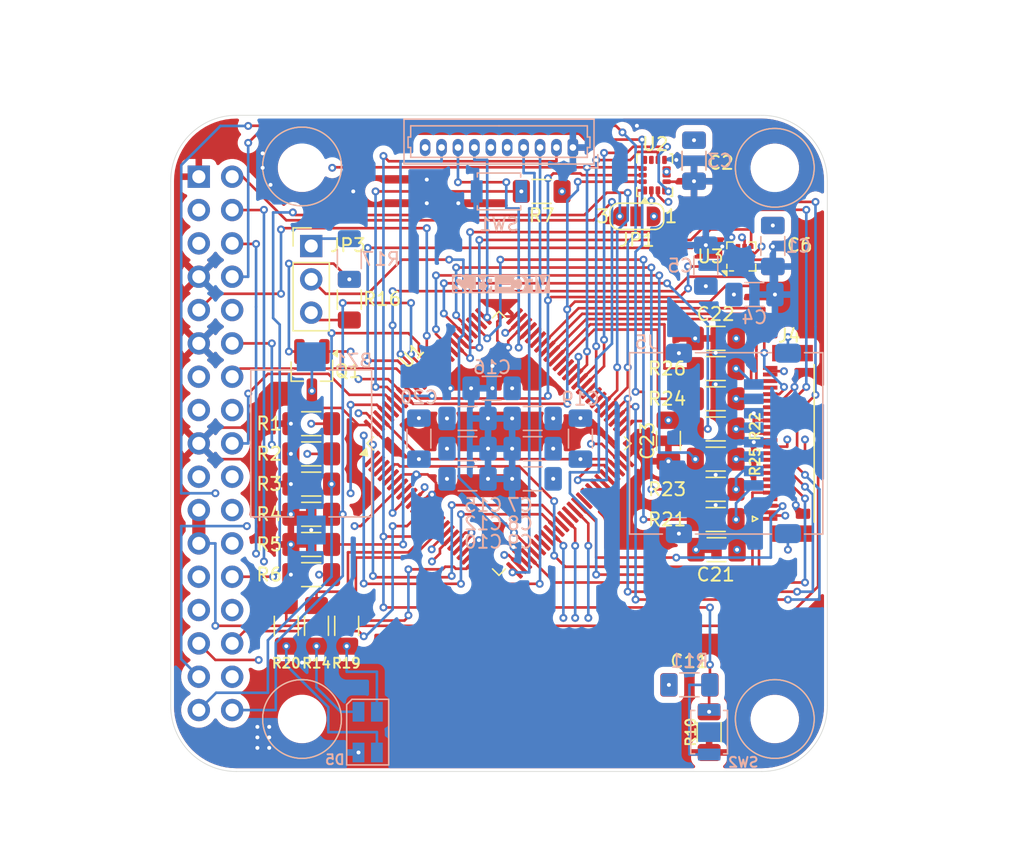
<source format=kicad_pcb>
(kicad_pcb (version 20241229) (generator "pcbnew") (generator_version "9.0")
  (layers (0 "F.Cu" power) (4 "In1.Cu" signal) (6 "In2.Cu" signal) (2 "B.Cu" power) (13 "F.Paste" user) (15 "B.Paste" user) (5 "F.SilkS" user "F.Silkscreen") (7 "B.SilkS" user "B.Silkscreen") (1 "F.Mask" user) (3 "B.Mask" user) (25 "Edge.Cuts" user))
  (net 0 "")
  (net 1 "Net-(U3-C1)")
  (net 2 "+3.3V")
  (net 3 "GND")
  (net 7 "Net-(D5-GK)")
  (net 8 "Net-(D5-BK)")
  (net 9 "Net-(D5-RK)")
  (net 10 "vn100_tare_restore")
  (net 11 "vn100_uart_rx")
  (net 12 "vn100_sync_in")
  (net 13 "vn100_uart_tx")
  (net 14 "vn100_sync_out")
  (net 15 "openmv_reset")
  (net 16 "stlink_rx")
  (net 17 "swclk")
  (net 18 "stlink_tx")
  (net 19 "RESET")
  (net 20 "swdio")
  (net 21 "swo")
  (net 22 "buzzer")
  (net 23 "VCAP")
  (net 24 "led_channel_red")
  (net 25 "led_channel_green")
  (net 26 "led_channel_blue")
  (net 27 "openmv_spi_ready")
  (net 28 "esp32_spi_mosi")
  (net 29 "openmv_spi_clock")
  (net 30 "esp32_reset")
  (net 31 "esp32_spi_miso")
  (net 32 "esp32_spi_nss")
  (net 33 "esp32_spi_clock")
  (net 34 "openmv_spi_miso")
  (net 35 "openmv_spi_nss")
  (net 36 "esp32_spi_ready")
  (net 37 "openmv_spi_mosi")
  (net 38 "BOOT0")
  (net 39 "Net-(J5-DAT0)")
  (net 41 "motor_direction_z")
  (net 43 "motor_step_x")
  (net 46 "motor_uart_rx")
  (net 47 "motor_step_z")
  (net 48 "battery_allowed")
  (net 50 "motor_step_y")
  (net 51 "external_detected")
  (net 53 "motor_direction_x")
  (net 56 "motor_disable")
  (net 58 "motor_uart_tx")
  (net 59 "motor_direction_y")
  (net 60 "lis2mdl_chip_select")
  (net 62 "lsm6dsv32x_chip_select")
  (net 63 "vehicle_interface_i2c_clock")
  (net 66 "Net-(J5-DAT2)")
  (net 67 "Net-(J5-DAT3{slash}CD)")
  (net 68 "Net-(J5-CMD)")
  (net 69 "Net-(J5-DAT1)")
  (net 70 "Net-(J5-CLK)")
  (net 71 "Net-(R11-Pad1)")
  (net 72 "vehicle_interface_i2c_data")
  (net 73 "+5V")
  (net 74 "sensor_i2c_clock")
  (net 75 "sensor_i2c_data")
  (net 76 "lis2mdl_data_ready")
  (net 78 "lsm6dsv32x_interrupt_2")
  (net 80 "lsm6dsv32x_interrupt_1")
  (net 81 "sd_data_2")
  (net 82 "sd_clock")
  (net 83 "sd_data_3")
  (net 84 "sd_data_0")
  (net 85 "sd_cmd")
  (net 86 "sd_data_1")
  (net 88 "Net-(JP1-C)")
  (net 93 "Net-(JP3-B)")
  (net 94 "Net-(JP3-A)")
  (net 95 "Net-(Q1-B)")
  (net 96 "Net-(BZ1--)")
  (footprint "Resistor_SMD:R_1206_3216Metric_Pad1.30x1.75mm_HandSolder" (layer "F.Cu") (at 138.6 89.050001 90)
    (property "Reference" "R16")
    (property "Value" "50k")
  )
  (footprint "Connector_PinHeader_2.54mm:PinHeader_1x03_P2.54mm_Vertical" (layer "F.Cu") (at 135.7 84.96)
    (property "Reference" "JP3")
    (property "Value" "Jumper_3_Bridged12")
  )
  (footprint "Capacitor_SMD:C_1206_3216Metric_Pad1.33x1.80mm_HandSolder" (layer "F.Cu") (at 170.85 84.958009 90)
    (property "Reference" "C6")
    (property "Value" "220n")
  )
  (footprint "Resistor_SMD:R_1206_3216Metric_Pad1.30x1.75mm_HandSolder" (layer "F.Cu") (at 138.4 113.9 90)
    (property "Reference" "R19")
    (property "Value" "2K")
  )
  (footprint "Resistor_SMD:R_1206_3216Metric_Pad1.30x1.75mm_HandSolder" (layer "F.Cu") (at 135.7 107.7)
    (property "Reference" "R5")
    (property "Value" "47k")
  )
  (footprint "Resistor_SMD:R_1206_3216Metric_Pad1.30x1.75mm_HandSolder" (layer "F.Cu") (at 153.250001 80.8 180)
    (property "Reference" "R7")
    (property "Value" "47k")
  )
  (footprint "Resistor_SMD:R_1206_3216Metric_Pad1.30x1.75mm_HandSolder" (layer "F.Cu") (at 166.5 98.9)
    (property "Reference" "R22")
    (property "Value" "R_Small")
  )
  (footprint "Resistor_SMD:R_1206_3216Metric_Pad1.30x1.75mm_HandSolder" (layer "F.Cu") (at 136.1 113.9 90)
    (property "Reference" "R14")
    (property "Value" "2K")
  )
  (footprint "Capacitor_SMD:C_1206_3216Metric_Pad1.33x1.80mm_HandSolder" (layer "F.Cu") (at 164.850001 78.4625 90)
    (property "Reference" "C2")
    (property "Value" "100n")
  )
  (footprint "pcb:Flat Flexible Cable 24-Pin 0.5mm Connector" (layer "F.Cu") (at 172 100 90)
    (property "Reference" "J4")
    (property "Value" "FFC2B28-24-G" (hide yes))
  )
  (footprint "Capacitor_SMD:C_1206_3216Metric_Pad1.33x1.80mm_HandSolder" (layer "F.Cu") (at 164.5 118.4 180)
    (property "Reference" "C11")
    (property "Value" "100n")
  )
  (footprint "Resistor_SMD:R_1206_3216Metric_Pad1.30x1.75mm_HandSolder" (layer "F.Cu") (at 135.7 110)
    (property "Reference" "R6")
    (property "Value" "47k")
  )
  (footprint "Capacitor_SMD:C_1206_3216Metric_Pad1.33x1.80mm_HandSolder" (layer "F.Cu") (at 162.9 99.8 90)
    (property "Reference" "C23")
    (property "Value" "10n")
  )
  (footprint "Resistor_SMD:R_1206_3216Metric_Pad1.30x1.75mm_HandSolder" (layer "F.Cu") (at 133.8 113.9 90)
    (property "Reference" "R20")
    (property "Value" "2K")
  )
  (footprint "MountingHole:MountingHole_3.2mm_M3" (layer "F.Cu") (at 135 121)
    (property "Reference" "H2" (hide yes))
    (property "Value" "MountingHole")
  )
  (footprint "Resistor_SMD:R_1206_3216Metric_Pad1.30x1.75mm_HandSolder" (layer "F.Cu") (at 166.5 94.3)
    (property "Reference" "R26")
    (property "Value" "R_Small")
  )
  (footprint "Package_TO_SOT_SMD:SOT-23_Handsoldering" (layer "F.Cu") (at 135.75 94.5 -90)
    (property "Reference" "Q1")
    (property "Value" "S8050")
  )
  (footprint "Resistor_SMD:R_1206_3216Metric_Pad1.30x1.75mm_HandSolder" (layer "F.Cu") (at 135.7 103.1)
    (property "Reference" "R3")
    (property "Value" "47k")
  )
  (footprint "Jumper:SolderJumper-3_P1.3mm_Open_RoundedPad1.0x1.5mm_NumberLabels" (layer "F.Cu") (at 160.5 82.7 180)
    (property "Reference" "JP1")
    (property "Value" "SolderJumper_3_Open")
  )
  (footprint "Resistor_SMD:R_1206_3216Metric_Pad1.30x1.75mm_HandSolder" (layer "F.Cu") (at 166.5 96.6)
    (property "Reference" "R24")
    (property "Value" "R_Small")
  )
  (footprint "Capacitor_SMD:C_1206_3216Metric_Pad1.33x1.80mm_HandSolder" (layer "F.Cu") (at 166.5625 108.1)
    (property "Reference" "C21")
    (property "Value" "1u")
  )
  (footprint "Package_LGA:LGA-12_2x2mm_P0.5mm" (layer "F.Cu") (at 168.45 85.758009 90)
    (property "Reference" "U3")
    (property "Value" "LIS2MDL")
  )
  (footprint "Resistor_SMD:R_1206_3216Metric_Pad1.30x1.75mm_HandSolder" (layer "F.Cu") (at 166.5 103.5)
    (property "Reference" "R23")
    (property "Value" "R_Small")
  )
  (footprint "pcb:VehicleStackConnector" (layer "F.Cu") (at 150 100)
    (property "Reference" "J1" (hide yes))
    (property "Value" "~" (hide yes))
    (fp_line (start -25 20) (end -25 -20) (stroke (width 0.05)) (layer "Edge.Cuts"))
    (fp_line (start -20 -25) (end 20 -25) (stroke (width 0.05)) (layer "Edge.Cuts"))
    (fp_line (start 20 25) (end -20 25) (stroke (width 0.05)) (layer "Edge.Cuts"))
    (fp_line (start 25 -20) (end 25 20) (stroke (width 0.05)) (layer "Edge.Cuts"))
    (fp_arc (start -25 -20) (mid -23.535534 -23.535534) (end -20 -25) (stroke (width 0.05)) (layer "Edge.Cuts"))
    (fp_arc (start -20 25) (mid -23.535534 23.535534) (end -25 20) (stroke (width 0.05)) (layer "Edge.Cuts"))
    (fp_arc (start 20 -25) (mid 23.535534 -23.535534) (end 25 -20) (stroke (width 0.05)) (layer "Edge.Cuts"))
    (fp_arc (start 25 20) (mid 23.535534 23.535534) (end 20 25) (stroke (width 0.05)) (layer "Edge.Cuts"))
  )
  (footprint "MountingHole:MountingHole_3.2mm_M3" (layer "F.Cu") (at 135 79)
    (property "Reference" "H1" (hide yes))
    (property "Value" "MountingHole")
  )
  (footprint "Resistor_SMD:R_1206_3216Metric_Pad1.30x1.75mm_HandSolder" (layer "F.Cu") (at 135.7 100.8)
    (property "Reference" "R2")
    (property "Value" "47k")
  )
  (footprint "pcb:Dummy" (layer "F.Cu") (at 150 100)
    (property "Reference" "N1" (hide yes))
    (property "Value" "Housing" (hide yes))
  )
  (footprint "Resistor_SMD:R_1206_3216Metric_Pad1.30x1.75mm_HandSolder" (layer "F.Cu") (at 166 122 90)
    (property "Reference" "R10")
    (property "Value" "100")
  )
  (footprint "Resistor_SMD:R_1206_3216Metric_Pad1.30x1.75mm_HandSolder" (layer "F.Cu") (at 166.5 101.2)
    (property "Reference" "R25")
    (property "Value" "R_Small")
  )
  (footprint "Resistor_SMD:R_1206_3216Metric_Pad1.30x1.75mm_HandSolder" (layer "F.Cu") (at 135.7 105.4)
    (property "Reference" "R4")
    (property "Value" "47k")
  )
  (footprint "Resistor_SMD:R_1206_3216Metric_Pad1.30x1.75mm_HandSolder" (layer "F.Cu") (at 166.5 105.8)
    (property "Reference" "R21")
    (property "Value" "R_Small")
  )
  (footprint "Capacitor_SMD:C_1206_3216Metric_Pad1.33x1.80mm_HandSolder" (layer "F.Cu") (at 166.5 92)
    (property "Reference" "C22")
    (property "Value" "100n")
  )
  (footprint "Package_LGA:LGA-14_3x2.5mm_P0.5mm_LayoutBorder3x4y" (layer "F.Cu") (at 161.85 79.5625 90)
    (property "Reference" "U2")
    (property "Value" "LSM6DSV32X")
  )
  (footprint "Package_QFP:LQFP-100_14x14mm_P0.5mm" (layer "F.Cu") (at 150 100 45)
    (property "Reference" "U1")
    (property "Value" "STM32H533VET6")
  )
  (footprint "Resistor_SMD:R_1206_3216Metric_Pad1.30x1.75mm_HandSolder" (layer "F.Cu") (at 135.7 98.5)
    (property "Reference" "R1")
    (property "Value" "47k")
  )
  (footprint "Button_Switch_SMD:SW_SPST_B3U-1000P" (layer "B.Cu") (at 150 80.8)
    (property "Reference" "SW1")
    (property "Value" "B3U-1000P")
  )
  (footprint "Capacitor_SMD:C_1206_3216Metric_Pad1.33x1.80mm_HandSolder" (layer "B.Cu") (at 156.2 99.6375 90)
    (property "Reference" "C19")
    (property "Value" "2u2")
  )
  (footprint "Capacitor_SMD:C_1206_3216Metric_Pad1.33x1.80mm_HandSolder" (layer "B.Cu") (at 147.6 100.399999 180)
    (property "Reference" "C12")
    (property "Value" "100n")
  )
  (footprint "Capacitor_SMD:C_1206_3216Metric_Pad1.33x1.80mm_HandSolder" (layer "B.Cu") (at 170.85 84.958009 90)
    (property "Reference" "C1")
    (property "Value" "100n")
  )
  (footprint "Capacitor_SMD:C_1206_3216Metric_Pad1.33x1.80mm_HandSolder" (layer "B.Cu") (at 164.850001 78.4625 90)
    (property "Reference" "C3")
    (property "Value" "100n")
  )
  (footprint "LED_SMD:LED_RGB_Wuerth-PLCC4_3.2x2.8mm_150141M173100" (layer "B.Cu") (at 140 122 -90)
    (property "Reference" "D5")
    (property "Value" "150141M173100")
  )
  (footprint "Button_Switch_SMD:SW_SPST_B3U-1000P" (layer "B.Cu") (at 166 122 -90)
    (property "Reference" "SW2")
    (property "Value" "B3U-1000P")
  )
  (footprint "Capacitor_SMD:C_1206_3216Metric_Pad1.33x1.80mm_HandSolder" (layer "B.Cu") (at 152.5625 100.4)
    (property "Reference" "C8")
    (property "Value" "100n")
  )
  (footprint "Capacitor_SMD:C_1206_3216Metric_Pad1.33x1.80mm_HandSolder" (layer "B.Cu") (at 152.562502 98.100001)
    (property "Reference" "C7")
    (property "Value" "4u7")
  )
  (footprint "Capacitor_SMD:C_1206_3216Metric_Pad1.33x1.80mm_HandSolder" (layer "B.Cu") (at 147.6 98.1 180)
    (property "Reference" "C15")
    (property "Value" "100n")
  )
  (footprint "Capacitor_SMD:C_1206_3216Metric_Pad1.33x1.80mm_HandSolder" (layer "B.Cu") (at 165.75 86.458008 -90)
    (property "Reference" "C5")
    (property "Value" "10u")
  )
  (footprint "Resistor_SMD:R_1206_3216Metric_Pad1.30x1.75mm_HandSolder" (layer "B.Cu") (at 138.6 85.950001 -90)
    (property "Reference" "R17")
    (property "Value" "10k")
  )
  (footprint "Buzzer_Beeper:Buzzer_Mallory_AST1109MLTRQ" (layer "B.Cu") (at 135.7 100 90)
    (property "Reference" "BZ1")
    (property "Value" "AST1109MLTRQ")
  )
  (footprint "Capacitor_SMD:C_1206_3216Metric_Pad1.33x1.80mm_HandSolder" (layer "B.Cu") (at 149.4375 95.8)
    (property "Reference" "C16")
    (property "Value" "100n")
  )
  (footprint "pcb:Molex_PicoBlade_53047-1010_1x10_P1.25mm_Vertical" (layer "B.Cu") (at 155.625 77.455 180)
    (property "Reference" "J3" (hide yes))
    (property "Value" "Debug")
  )
  (footprint "pcb:microSD_HC_Molex_47219-2001" (layer "B.Cu") (at 167.3 100 90)
    (property "Reference" "J5")
    (property "Value" "0472192001")
  )
  (footprint "Capacitor_SMD:C_1206_3216Metric_Pad1.33x1.80mm_HandSolder" (layer "B.Cu") (at 143.9 99.6375 90)
    (property "Reference" "C20")
    (property "Value" "2u2")
  )
  (footprint "Resistor_SMD:R_1206_3216Metric_Pad1.30x1.75mm_HandSolder" (layer "B.Cu") (at 164.5 118.4 180)
    (property "Reference" "R11")
    (property "Value" "1K")
  )
  (footprint "Capacitor_SMD:C_1206_3216Metric_Pad1.33x1.80mm_HandSolder" (layer "B.Cu") (at 147.600001 102.7 180)
    (property "Reference" "C10")
    (property "Value" "100n")
  )
  (footprint "Capacitor_SMD:C_1206_3216Metric_Pad1.33x1.80mm_HandSolder" (layer "B.Cu") (at 169.45 88.658008 180)
    (property "Reference" "C4")
    (property "Value" "100n")
  )
  (footprint "Capacitor_SMD:C_1206_3216Metric_Pad1.33x1.80mm_HandSolder" (layer "B.Cu") (at 152.5625 102.700001)
    (property "Reference" "C9")
    (property "Value" "100n")
  )
  (gr_circle (center 135 121) (end 138 121) (stroke (width 0.1)) (fill no) (layer "F.SilkS"))
  (gr_circle (center 135 78.9) (end 138 78.9) (stroke (width 0.1)) (fill no) (layer "F.SilkS"))
  (gr_circle (center 135 78.9) (end 138 78.9) (stroke (width 0.1)) (fill no) (layer "B.SilkS"))
  (gr_circle (center 135 121) (end 138 121) (stroke (width 0.1)) (fill no) (layer "B.SilkS"))
  (gr_text "VFC-R1.2" (at 150.1 87.9 0) (layer "B.SilkS" knockout) (effects (font (size 1 1) (thickness 0.2) (bold yes)) (justify mirror)))
  (segment (start 170.3375 86.008009) (end 169.2125 86.008009) (width 0.2) (layer "F.Cu") (net 1))
  (segment (start 170.85 86.520509) (end 170.3375 86.008009) (width 0.2) (layer "F.Cu") (net 1))
  (segment (start 140.330315 98.815596) (end 140.114719 98.6) (width 0.2) (layer "F.Cu") (net 2))
  (segment (start 143.880062 104.719938) (end 143.865849 104.719938) (width 0.2) (layer "F.Cu") (net 2))
  (segment (start 149.873265 90.726735) (end 149.873265 92.173267) (width 0.2) (layer "F.Cu") (net 2))
  (segment (start 140.330315 98.815596) (end 140.330315 98.830315) (width 0.2) (layer "F.Cu") (net 2))
  (segment (start 143.7 102.3625) (end 142.687753 102.3625) (width 0.2) (layer "F.Cu") (net 2))
  (segment (start 145.2 103) (end 144.5625 102.3625) (width 0.2) (layer "F.Cu") (net 2))
  (segment (start 139.3 98.6) (end 138 97.3) (width 0.2) (layer "F.Cu") (net 2))
  (segment (start 151.862578 91.037422) (end 151.891511 91.037422) (width 0.2) (layer "F.Cu") (net 2))
  (segment (start 170.65 103.25) (end 171.55 103.25) (width 0.2) (layer "F.Cu") (net 2))
  (segment (start 151.184404 90.330315) (end 150.269685 90.330315) (width 0.2) (layer "F.Cu") (net 2))
  (segment (start 141.049998 123.55) (end 141.1 123.600002) (width 0.2) (layer "F.Cu") (net 2))
  (segment (start 150.399998 92.7) (end 150.699997 92.7) (width 0.2) (layer "F.Cu") (net 2))
  (segment (start 147.401383 108.255472) (end 148.291168 107.365687) (width 0.2) (layer "F.Cu") (net 2))
  (segment (start 171.55 103.25) (end 172.600003 104.300003) (width 0.2) (layer "F.Cu") (net 2))
  (segment (start 167.7 84.995509) (end 167.004491 84.995509) (width 0.2) (layer "F.Cu") (net 2))
  (segment (start 151.1 108.2) (end 151.862578 108.962578) (width 0.2) (layer "F.Cu") (net 2))
  (segment (start 149.873265 92.173267) (end 150.399998 92.7) (width 0.2) (layer "F.Cu") (net 2))
  (segment (start 128.34 101.2) (end 130.6 101.2) (width 0.2) (layer "F.Cu") (net 2))
  (segment (start 162.7625 80.0625) (end 164.812501 80.0625) (width 0.2) (layer "F.Cu") (net 2))
  (segment (start 144.9 103.9) (end 145.2 103.6) (width 0.2) (layer "F.Cu") (net 2))
  (segment (start 150.699997 92.7) (end 150.699997 92.200003) (width 0.2) (layer "F.Cu") (net 2))
  (segment (start 135.35 97.3) (end 134.15 98.5) (width 0.2) (layer "F.Cu") (net 2))
  (segment (start 127.14 100) (end 128.34 101.2) (width 0.2) (layer "F.Cu") (net 2))
  (segment (start 169.555 99.75) (end 169.4 99.905) (width 0.2) (layer "F.Cu") (net 2))
  (segment (start 170.65 99.75) (end 169.555 99.75) (width 0.2) (layer "F.Cu") (net 2))
  (segment (start 164.812501 80.0625) (end 164.850001 80.025) (width 0.2) (layer "F.Cu") (net 2))
  (segment (start 150.699997 92.200003) (end 151.862578 91.037422) (width 0.2) (layer "F.Cu") (net 2))
  (segment (start 151.862578 108.962578) (end 151.891511 108.962578) (width 0.2) (layer "F.Cu") (net 2))
  (segment (start 148.291168 107.365687) (end 148.465687 107.365687) (width 0.2) (layer "F.Cu") (net 2))
  (segment (start 142.687753 102.3625) (end 142.098082 102.952171) (width 0.2) (layer "F.Cu") (net 2))
  (segment (start 127.14 100) (end 128.34 98.8) (width 0.2) (layer "F.Cu") (net 2))
  (segment (start 140.114719 98.6) (end 139.3 98.6) (width 0.2) (layer "F.Cu") (net 2))
  (segment (start 145.2 103.6) (end 145.2 103) (width 0.2) (layer "F.Cu") (net 2))
  (segment (start 139.3 123.55) (end 141.049998 123.55) (width 0.2) (layer "F.Cu") (net 2))
  (segment (start 171.5171 96.75) (end 170.65 96.75) (width 0.2) (layer "F.Cu") (net 2))
  (segment (start 150.269685 90.330315) (end 149.873265 90.726735) (width 0.2) (layer "F.Cu") (net 2))
  (segment (start 157.722781 99.2375) (end 159.669685 101.184404) (width 0.2) (layer "F.Cu") (net 2))
  (segment (start 148.465687 107.934313) (end 147.790975 108.609025) (width 0.2) (layer "F.Cu") (net 2))
  (segment (start 147.790975 108.609025) (end 147.754936 108.609025) (width 0.2) (layer "F.Cu") (net 2))
  (segment (start 140.014722 98.500003) (end 140.330315 98.815596) (width 0.2) (layer "F.Cu") (net 2))
  (segment (start 144.7 103.9) (end 143.880062 104.719938) (width 0.2) (layer "F.Cu") (net 2))
  (segment (start 167.7 84.995509) (end 167.7 84.3) (width 0.2) (layer "F.Cu") (net 2))
  (segment (start 172.5 95.7) (end 172.5 95.7671) (width 0.2) (layer "F.Cu") (net 2))
  (segment (start 148.465687 107.365687) (end 148.465687 107.934313) (width 0.2) (layer "F.Cu") (net 2))
  (segment (start 162.6 78.399999) (end 163.499999 78.399999) (width 0.2) (layer "F.Cu") (net 2))
  (segment (start 167.7 84.995509) (end 168.2 84.995509) (width 0.2) (layer "F.Cu") (net 2))
  (segment (start 172.600003 104.300003) (end 172.600003 104.7) (width 0.2) (layer "F.Cu") (net 2))
  (segment (start 151.1 107.9) (end 151.1 108.2) (width 0.2) (layer "F.Cu") (net 2))
  (segment (start 167.004491 84.995509) (end 167 85) (width 0.2) (layer "F.Cu") (net 2))
  (segment (start 138 97.3) (end 135.35 97.3) (width 0.2) (layer "F.Cu") (net 2))
  (segment (start 144.5625 102.3625) (end 143.7 102.3625) (width 0.2) (layer "F.Cu") (net 2))
  (segment (start 140.330315 98.830315) (end 141.3 99.8) (width 0.2) (layer "F.Cu") (net 2))
  (segment (start 172.5 95.7671) (end 171.5171 96.75) (width 0.2) (layer "F.Cu") (net 2))
  (segment (start 128.34 98.8) (end 130.5 98.8) (width 0.2) (layer "F.Cu") (net 2))
  (segment (start 157 99.2375) (end 157.722781 99.2375) (width 0.2) (layer "F.Cu") (net 2))
  (segment (start 163.499999 78.399999) (end 163.5 78.4) (width 0.2) (layer "F.Cu") (net 2))
  (segment (start 144.9 103.9) (end 144.7 103.9) (width 0.2) (layer "F.Cu") (net 2))
  (via (at 166.5 93.1) (size 0.6) (drill 0.3) (layers "F.Cu" "B.Cu") (net 2))
  (via (at 139.3 123.55) (size 0.6) (drill 0.3) (layers "F.Cu" "B.Cu") (net 2))
  (via (at 146.9 81.7) (size 0.6) (drill 0.3) (layers "F.Cu" "B.Cu") (net 2))
  (via (at 172.600003 104.7) (size 0.6) (drill 0.3) (layers "F.Cu" "B.Cu") (net 2))
  (via (at 131.6 123.2) (size 0.6) (drill 0.3) (layers "F.Cu" "B.Cu") (net 2))
  (via (at 164.850001 80.025) (size 0.6) (drill 0.3) (layers "F.Cu" "B.Cu") (net 2))
  (via (at 132 79) (size 0.6) (drill 0.3) (layers "F.Cu" "B.Cu") (net 2))
  (via (at 171.0125 88.658008) (size 0.6) (drill 0.3) (layers "F.Cu" "B.Cu") (net 2))
  (via (at 134.15 107.7) (size 0.6) (drill 0.3) (layers "F.Cu" "B.Cu") (net 2))
  (via (at 132.5 121.6) (size 0.6) (drill 0.3) (layers "F.Cu" "B.Cu") (net 2))
  (via (at 172.5 95.7) (size 0.6) (drill 0.3) (layers "F.Cu" "B.Cu") (net 2))
  (via (at 131.6 121.6) (size 0.6) (drill 0.3) (layers "F.Cu" "B.Cu") (net 2))
  (via (at 165.75 84.895508) (size 0.6) (drill 0.3) (layers "F.Cu" "B.Cu") (net 2))
  (via (at 134.15 110) (size 0.6) (drill 0.3) (layers "F.Cu" "B.Cu") (net 2))
  (via (at 166.5 104.7) (size 0.6) (drill 0.3) (layers "F.Cu" "B.Cu") (net 2))
  (via (at 147.875 95.8) (size 0.6) (drill 0.3) (layers "F.Cu" "B.Cu") (net 2))
  (via (at 150.699997 92.7) (size 0.6) (drill 0.3) (layers "F.Cu" "B.Cu") (net 2))
  (via (at 138.9 80.8) (size 0.6) (drill 0.3) (layers "F.Cu" "B.Cu") (net 2))
  (via (at 166.5 102.4) (size 0.6) (drill 0.3) (layers "F.Cu" "B.Cu") (net 2))
  (via (at 163.5 78.4) (size 0.6) (drill 0.3) (layers "F.Cu" "B.Cu") (net 2))
  (via (at 135.7 106.6) (size 0.6) (drill 0.3) (layers "F.Cu" "B.Cu") (net 2))
  (via (at 167 85) (size 0.6) (drill 0.3) (layers "F.Cu" "B.Cu") (net 2))
  (via (at 131.6 122.4) (size 0.6) (drill 0.3) (layers "F.Cu" "B.Cu") (net 2))
  (via (at 144.5 81.7) (size 0.6) (drill 0.3) (layers "F.Cu" "B.Cu") (net 2))
  (via (at 132 77.9) (size 0.6) (drill 0.3) (layers "F.Cu" "B.Cu") (net 2))
  (via (at 144.5 79.9) (size 0.6) (drill 0.3) (layers "F.Cu" "B.Cu") (net 2))
  (via (at 164.9375 92) (size 0.6) (drill 0.3) (layers "F.Cu" "B.Cu") (net 2))
  (via (at 132.5 123.2) (size 0.6) (drill 0.3) (layers "F.Cu" "B.Cu") (net 2))
  (via (at 149.5 94.1) (size 0.6) (drill 0.3) (layers "F.Cu" "B.Cu") (net 2))
  (via (at 149.162501 102.7) (size 0.6) (drill 0.3) (layers "F.Cu" "B.Cu") (net 2))
  (via (at 134.149999 103.1) (size 0.6) (drill 0.3) (layers "F.Cu" "B.Cu") (net 2))
  (via (at 160.5 75.8) (size 0.6) (drill 0.3) (layers "F.Cu" "B.Cu") (net 2))
  (via (at 134.15 105.4) (size 0.6) (drill 0.3) (layers "F.Cu" "B.Cu") (net 2))
  (via (at 149.1625 100.399999) (size 0.6) (drill 0.3) (layers "F.Cu" "B.Cu") (net 2))
  (via (at 165 108.1) (size 0.6) (drill 0.3) (layers "F.Cu" "B.Cu") (net 2))
  (via (at 132.6 80.3) (size 0.6) (drill 0.3) (layers "F.Cu" "B.Cu") (net 2))
  (via (at 170.85 85) (size 0.6) (drill 0.3) (layers "F.Cu" "B.Cu") (net 2))
  (via (at 167.7 84.3) (size 0.6) (drill 0.3) (layers "F.Cu" "B.Cu") (net 2))
  (via (at 135 116.7) (size 0.6) (drill 0.3) (layers "F.Cu" "B.Cu") (net 2))
  (via (at 151.000002 98.100001) (size 0.6) (drill 0.3) (layers "F.Cu" "B.Cu") (net 2))
  (via (at 146.3 95.8) (size 0.6) (drill 0.3) (layers "F.Cu" "B.Cu") (net 2))
  (via (at 162.9 101.3625) (size 0.6) (drill 0.3) (layers "F.Cu" "B.Cu") (net 2))
  (via (at 149.1625 98.1) (size 0.6) (drill 0.3) (layers "F.Cu" "B.Cu") (net 2))
  (via (at 134.149999 100.8) (size 0.6) (drill 0.3) (layers "F.Cu" "B.Cu") (net 2))
  (via (at 151 102.700001) (size 0.6) (drill 0.3) (layers "F.Cu" "B.Cu") (net 2))
  (via (at 148.465687 107.365687) (size 0.6) (drill 0.3) (layers "F.Cu" "B.Cu") (net 2))
  (via (at 132.5 122.4) (size 0.6) (drill 0.3) (layers "F.Cu" "B.Cu") (net 2))
  (via (at 134.149999 98.5) (size 0.6) (drill 0.3) (layers "F.Cu" "B.Cu") (net 2))
  (via (at 143.7 102.3625) (size 0.6) (drill 0.3) (layers "F.Cu" "B.Cu") (net 2))
  (via (at 169.4 99.905) (size 0.6) (drill 0.3) (layers "F.Cu" "B.Cu") (net 2))
  (via (at 166.5 95.5) (size 0.6) (drill 0.3) (layers "F.Cu" "B.Cu") (net 2))
  (via (at 151 100.4) (size 0.6) (drill 0.3) (layers "F.Cu" "B.Cu") (net 2))
  (via (at 149.5 95.8) (size 0.6) (drill 0.3) (layers "F.Cu" "B.Cu") (net 2))
  (via (at 159.2 82.7) (size 0.6) (drill 0.3) (layers "F.Cu" "B.Cu") (net 2))
  (via (at 144.9 103.9) (size 0.6) (drill 0.3) (layers "F.Cu" "B.Cu") (net 2))
  (via (at 151.1 107.9) (size 0.6) (drill 0.3) (layers "F.Cu" "B.Cu") (net 2))
  (segment (start 172.600003 104.200003) (end 172.4 104) (width 0.2) (layer "B.Cu") (net 2))
  (segment (start 170.85 85) (end 170.85 86.520509) (width 0.2) (layer "B.Cu") (net 2))
  (segment (start 159.2 81) (end 158.9 80.7) (width 0.2) (layer "B.Cu") (net 2))
  (segment (start 159.2 82.7) (end 159.2 81) (width 0.2) (layer "B.Cu") (net 2))
  (segment (start 172.600003 104.7) (end 172.600003 104.200003) (width 0.2) (layer "B.Cu") (net 2))
  (segment (start 170.65 94.5) (end 171.7 94.5) (width 0.2) (layer "F.Cu") (net 3))
  (segment (start 170.65 94.5) (end 170.65 94.75) (width 0.2) (layer "F.Cu") (net 3))
  (segment (start 157.815675 100.0375) (end 159.316132 101.537957) (width 0.2) (layer "F.Cu") (net 3))
  (segment (start 147.442641 106.8) (end 147.9 106.8) (width 0.2) (layer "F.Cu") (net 3))
  (segment (start 139.9 97.7) (end 140.662043 98.462043) (width 0.2) (layer "F.Cu") (net 3))
  (segment (start 169.45 98.25) (end 169.4 98.2) (width 0.2) (layer "F.Cu") (net 3))
  (segment (start 169.491991 85.508009) (end 170 85) (width 0.2) (layer "F.Cu") (net 3))
  (segment (start 150.721825 108.5) (end 151.537957 109.316132) (width 0.2) (layer "F.Cu") (net 3))
  (segment (start 162.1 81.1) (end 162.1 80.725) (width 0.2) (layer "F.Cu") (net 3))
  (segment (start 171.95 99.7) (end 171.95 100.25) (width 0.2) (layer "F.Cu") (net 3))
  (segment (start 147.9 106.8) (end 147.9 107.049747) (width 0.2) (layer "F.Cu") (net 3))
  (segment (start 170.65 105.25) (end 170.65 105.5) (width 0.2) (layer "F.Cu") (net 3))
  (segment (start 162.7625 79.062501) (end 162.7625 79.3) (width 0.2) (layer "F.Cu") (net 3))
  (segment (start 170.65 99.25) (end 169.4 99.25) (width 0.2) (layer "F.Cu") (net 3))
  (segment (start 169.4 99.25) (end 169.4 97.705) (width 0.2) (layer "F.Cu") (net 3))
  (segment (start 168.7 84.995509) (end 168.7 84.499997) (width 0.2) (layer "F.Cu") (net 3))
  (segment (start 140.662043 98.462043) (end 140.683868 98.462043) (width 0.2) (layer "F.Cu") (net 3))
  (segment (start 170.65 94.25) (end 170.65 94.5) (width 0.2) (layer "F.Cu") (net 3))
  (segment (start 162.9 81.600003) (end 162.600003 81.600003) (width 0.2) (layer "F.Cu") (net 3))
  (segment (start 169.4 98.2) (end 169.4 97.705) (width 0.2) (layer "F.Cu") (net 3))
  (segment (start 150.4 108.5) (end 150.721825 108.5) (width 0.2) (layer "F.Cu") (net 3))
  (segment (start 146.694276 107.548365) (end 147.442641 106.8) (width 0.2) (layer "F.Cu") (net 3))
  (segment (start 162.7625 79.3) (end 162.7625 79.5625) (width 0.2) (layer "F.Cu") (net 3))
  (segment (start 136.7 93) (end 138.7 93) (width 0.2) (layer "F.Cu") (net 3))
  (segment (start 170.65 105.5) (end 171.8 105.5) (width 0.2) (layer "F.Cu") (net 3))
  (segment (start 173.3 101.25) (end 170.65 101.25) (width 0.2) (layer "F.Cu") (net 3))
  (segment (start 168.7 84.499997) (end 168.500003 84.3) (width 0.2) (layer "F.Cu") (net 3))
  (segment (start 150.64756 91.574265) (end 150.474265 91.574265) (width 0.2) (layer "F.Cu") (net 3))
  (segment (start 147.9 107.049747) (end 147.047829 107.901918) (width 0.2) (layer "F.Cu") (net 3))
  (segment (start 162.600003 81.600003) (end 162.1 81.1) (width 0.2) (layer "F.Cu") (net 3))
  (segment (start 169.2125 85.508009) (end 169.491991 85.508009) (width 0.2) (layer "F.Cu") (net 3))
  (segment (start 151.537957 90.683868) (end 150.64756 91.574265) (width 0.2) (layer "F.Cu") (net 3))
  (segment (start 170.65 105.5) (end 170.65 105.75) (width 0.2) (layer "F.Cu") (net 3))
  (segment (start 144.334313 103.334313) (end 144.334313 103.544366) (width 0.2) (layer "F.Cu") (net 3))
  (segment (start 170.65 98.25) (end 169.45 98.25) (width 0.2) (layer "F.Cu") (net 3))
  (segment (start 144.334313 103.544366) (end 143.512295 104.366384) (width 0.2) (layer "F.Cu") (net 3))
  (segment (start 173.3 99.7) (end 173.3 101.25) (width 0.2) (layer "F.Cu") (net 3))
  (segment (start 171.95 100.25) (end 170.65 100.25) (width 0.2) (layer "F.Cu") (net 3))
  (segment (start 161.6 81.5) (end 161.6 80.725) (width 0.2) (layer "F.Cu") (net 3))
  (segment (start 139.3 97.7) (end 139.9 97.7) (width 0.2) (layer "F.Cu") (net 3))
  (segment (start 157 100.0375) (end 157.815675 100.0375) (width 0.2) (layer "F.Cu") (net 3))
  (via (at 161.6 81.5) (size 0.6) (drill 0.3) (layers "F.Cu" "B.Cu") (net 3))
  (via (at 170.85 83.395509) (size 0.6) (drill 0.3) (layers "F.Cu" "B.Cu") (net 3))
  (via (at 144.334313 103.334313) (size 0.6) (drill 0.3) (layers "F.Cu" "B.Cu") (net 3))
  (via (at 146.0375 100.399999) (size 0.6) (drill 0.3) (layers "F.Cu" "B.Cu") (net 3))
  (via (at 162.9 81.600003) (size 0.6) (drill 0.3) (layers "F.Cu" "B.Cu") (net 3))
  (via (at 172 91.9) (size 0.6) (drill 0.3) (layers "F.Cu" "B.Cu") (net 3))
  (via (at 147.9 106.8) (size 0.6) (drill 0.3) (layers "F.Cu" "B.Cu") (net 3))
  (via (at 138.7 93) (size 0.6) (drill 0.3) (layers "F.Cu" "B.Cu") (net 3))
  (via (at 146.0375 98.1) (size 0.6) (drill 0.3) (layers "F.Cu" "B.Cu") (net 3))
  (via (at 151 95.8) (size 0.6) (drill 0.3) (layers "F.Cu" "B.Cu") (net 3))
  (via (at 162.9 98.2375) (size 0.6) (drill 0.3) (layers "F.Cu" "B.Cu") (net 3))
  (via (at 170 85) (size 0.6) (drill 0.3) (layers "F.Cu" "B.Cu") (net 3))
  (via (at 154.125 102.700001) (size 0.6) (drill 0.3) (layers "F.Cu" "B.Cu") (net 3))
  (via (at 146.037501 102.7) (size 0.6) (drill 0.3) (layers "F.Cu" "B.Cu") (net 3))
  (via (at 163.7 106.875001) (size 0.6) (drill 0.3) (layers "F.Cu" "B.Cu") (net 3))
  (via (at 171.8 105.5) (size 0.6) (drill 0.3) (layers "F.Cu" "B.Cu") (net 3))
  (via (at 164.850001 76.9) (size 0.6) (drill 0.3) (layers "F.Cu" "B.Cu") (net 3))
  (via (at 168.0625 92) (size 0.6) (drill 0.3) (layers "F.Cu" "B.Cu") (net 3))
  (via (at 167.8875 88.658008) (size 0.6) (drill 0.3) (layers "F.Cu" "B.Cu") (net 3))
  (via (at 143.9 98.075) (size 0.6) (drill 0.3) (layers "F.Cu" "B.Cu") (net 3))
  (via (at 171.95 99.7) (size 0.6) (drill 0.3) (layers "F.Cu" "B.Cu") (net 3))
  (via (at 165.75 88.020508) (size 0.6) (drill 0.3) (layers "F.Cu" "B.Cu") (net 3))
  (via (at 168.500003 84.3) (size 0.6) (drill 0.3) (layers "F.Cu" "B.Cu") (net 3))
  (via (at 169.4 97.705) (size 0.6) (drill 0.3) (layers "F.Cu" "B.Cu") (net 3))
  (via (at 139.3 97.7) (size 0.6) (drill 0.3) (layers "F.Cu" "B.Cu") (net 3))
  (via (at 156.2 98.075) (size 0.6) (drill 0.3) (layers "F.Cu" "B.Cu") (net 3))
  (via (at 168.125 108.1) (size 0.6) (drill 0.3) (layers "F.Cu" "B.Cu") (net 3))
  (via (at 154.125 100.4) (size 0.6) (drill 0.3) (layers "F.Cu" "B.Cu") (net 3))
  (via (at 173.3 99.7) (size 0.6) (drill 0.3) (layers "F.Cu" "B.Cu") (net 3))
  (via (at 157 100.0375) (size 0.6) (drill 0.3) (layers "F.Cu" "B.Cu") (net 3))
  (via (at 154.125002 98.100001) (size 0.6) (drill 0.3) (layers "F.Cu" "B.Cu") (net 3))
  (via (at 163.7 93.124999) (size 0.6) (drill 0.3) (layers "F.Cu" "B.Cu") (net 3))
  (via (at 162.7625 79.3) (size 0.6) (drill 0.3) (layers "F.Cu" "B.Cu") (net 3))
  (via (at 150.4 108.5) (size 0.6) (drill 0.3) (layers "F.Cu" "B.Cu") (net 3))
  (via (at 161.8 82.7) (size 0.6) (drill 0.3) (layers "F.Cu" "B.Cu") (net 3))
  (via (at 162.9375 118.4) (size 0.6) (drill 0.3) (layers "F.Cu" "B.Cu") (net 3))
  (via (at 154.800002 80.8) (size 0.6) (drill 0.3) (layers "F.Cu" "B.Cu") (net 3))
  (via (at 171.7 94.5) (size 0.6) (drill 0.3) (layers "F.Cu" "B.Cu") (net 3))
  (via (at 172 108.1) (size 0.6) (drill 0.3) (layers "F.Cu" "B.Cu") (net 3))
  (via (at 150.474265 91.574265) (size 0.6) (drill 0.3) (layers "F.Cu" "B.Cu") (net 3))
  (segment (start 172 106.875) (end 172 108.1) (width 0.2) (layer "B.Cu") (net 3))
  (segment (start 172 93.125) (end 172 91.9) (width 0.2) (layer "B.Cu") (net 3))
  (via (at 138.4 115.450001) (size 0.6) (drill 0.3) (layers "F.Cu" "B.Cu") (net 7))
  (segment (start 138.4 115.450001) (end 138.4 117.4) (width 0.2) (layer "B.Cu") (net 7))
  (segment (start 140.7 117.4) (end 140.7 120.45) (width 0.2) (layer "B.Cu") (net 7))
  (segment (start 138.4 117.4) (end 140.7 117.4) (width 0.2) (layer "B.Cu") (net 7))
  (via (at 133.8 115.450001) (size 0.6) (drill 0.3) (layers "F.Cu" "B.Cu") (net 8))
  (segment (start 137 122) (end 140.7 122) (width 0.2) (layer "B.Cu") (net 8))
  (segment (start 133.8 116.9) (end 137 120.1) (width 0.2) (layer "B.Cu") (net 8))
  (segment (start 133.8 115.450001) (end 133.8 116.9) (width 0.2) (layer "B.Cu") (net 8))
  (segment (start 140.7 122) (end 140.7 123.55) (width 0.2) (layer "B.Cu") (net 8))
  (segment (start 137 120.1) (end 137 122) (width 0.2) (layer "B.Cu") (net 8))
  (via (at 136.1 115.450001) (size 0.6) (drill 0.3) (layers "F.Cu" "B.Cu") (net 9))
  (segment (start 136.1 115.450001) (end 136.1 118.6) (width 0.2) (layer "B.Cu") (net 9))
  (segment (start 137.95 120.45) (end 139.3 120.45) (width 0.2) (layer "B.Cu") (net 9))
  (segment (start 136.1 118.6) (end 137.95 120.45) (width 0.2) (layer "B.Cu") (net 9))
  (segment (start 139 106.3) (end 139.457359 106.3) (width 0.2) (layer "F.Cu") (net 10))
  (segment (start 139.457359 106.3) (end 142.451635 103.305724) (width 0.2) (layer "F.Cu") (net 10))
  (via (at 130.8 106.3) (size 0.6) (drill 0.3) (layers "F.Cu" "B.Cu") (net 10))
  (via (at 139 106.3) (size 0.6) (drill 0.3) (layers "F.Cu" "B.Cu") (net 10))
  (segment (start 125.8 106.3) (end 125.8 116.44) (width 0.2) (layer "B.Cu") (net 10))
  (segment (start 125.8 116.44) (end 127.14 117.78) (width 0.2) (layer "B.Cu") (net 10))
  (segment (start 130.8 106.3) (end 125.8 106.3) (width 0.2) (layer "B.Cu") (net 10))
  (segment (start 134.3 82.4) (end 134.499 82.599) (width 0.2) (layer "F.Cu") (net 11))
  (segment (start 159 95.949747) (end 159 94.2) (width 0.2) (layer "F.Cu") (net 11))
  (segment (start 158.2 80.9) (end 159.8 80.9) (width 0.2) (layer "F.Cu") (net 11))
  (segment (start 156.501 82.599) (end 158.2 80.9) (width 0.2) (layer "F.Cu") (net 11))
  (segment (start 157.901918 97.047829) (end 159 95.949747) (width 0.2) (layer "F.Cu") (net 11))
  (segment (start 134.499 82.599) (end 156.501 82.599) (width 0.2) (layer "F.Cu") (net 11))
  (segment (start 132.8 110.16) (end 129.68 110.16) (width 0.2) (layer "F.Cu") (net 11))
  (via (at 132.8 110.16) (size 0.6) (drill 0.3) (layers "F.Cu" "B.Cu") (net 11))
  (via (at 134.3 82.4) (size 0.6) (drill 0.3) (layers "F.Cu" "B.Cu") (net 11))
  (via (at 159.8 80.9) (size 0.6) (drill 0.3) (layers "F.Cu" "B.Cu") (net 11))
  (via (at 159 94.2) (size 0.6) (drill 0.3) (layers "F.Cu" "B.Cu") (net 11))
  (segment (start 159.8 83) (end 159 83.8) (width 0.2) (layer "B.Cu") (net 11))
  (segment (start 159 83.8) (end 159 94.2) (width 0.2) (layer "B.Cu") (net 11))
  (segment (start 133.301 90.951) (end 133.301 109.659) (width 0.2) (layer "B.Cu") (net 11))
  (segment (start 134.3 82.4) (end 132.8 82.4) (width 0.2) (layer "B.Cu") (net 11))
  (segment (start 132.8 90.45) (end 133.301 90.951) (width 0.2) (layer "B.Cu") (net 11))
  (segment (start 132.8 82.4) (end 132.8 90.45) (width 0.2) (layer "B.Cu") (net 11))
  (segment (start 133.301 109.659) (end 132.8 110.16) (width 0.2) (layer "B.Cu") (net 11))
  (segment (start 159.8 80.9) (end 159.8 83) (width 0.2) (layer "B.Cu") (net 11))
  (segment (start 154.9 107.728427) (end 154.012831 106.841258) (width 0.2) (layer "F.Cu") (net 12))
  (segment (start 154.9 107.8) (end 154.9 107.728427) (width 0.2) (layer "F.Cu") (net 12))
  (via (at 154.9 113.3) (size 0.6) (drill 0.3) (layers "F.Cu" "B.Cu") (net 12))
  (via (at 154.9 107.8) (size 0.6) (drill 0.3) (layers "F.Cu" "B.Cu") (net 12))
  (segment (start 154.9 107.8) (end 154.9 113.3) (width 0.2) (layer "B.Cu") (net 12))
  (segment (start 130.911651 75.8) (end 130.9 75.811651) (width 0.2) (layer "F.Cu") (net 13))
  (segment (start 159.4 76.3) (end 158.9 75.8) (width 0.2) (layer "F.Cu") (net 13))
  (segment (start 159.8 95.716847) (end 158.845073 96.671774) (width 0.2) (layer "F.Cu") (net 13))
  (segment (start 158.845073 96.811782) (end 158.255472 97.401383) (width 0.2) (layer "F.Cu") (net 13))
  (segment (start 159.8 94.2) (end 159.8 95.716847) (width 0.2) (layer "F.Cu") (net 13))
  (segment (start 158.9 75.8) (end 130.911651 75.8) (width 0.2) (layer "F.Cu") (net 13))
  (segment (start 158.845073 96.671774) (end 158.845073 96.811782) (width 0.2) (layer "F.Cu") (net 13))
  (via (at 159.4 76.3) (size 0.6) (drill 0.3) (layers "F.Cu" "B.Cu") (net 13))
  (via (at 130.9 75.811651) (size 0.6) (drill 0.3) (layers "F.Cu" "B.Cu") (net 13))
  (via (at 128.4 103.8) (size 0.6) (drill 0.3) (layers "F.Cu" "B.Cu") (net 13))
  (via (at 159.8 94.2) (size 0.6) (drill 0.3) (layers "F.Cu" "B.Cu") (net 13))
  (segment (start 128.4 103.8) (end 125.8 103.8) (width 0.2) (layer "B.Cu") (net 13))
  (segment (start 128.788349 75.811651) (end 130.9 75.811651) (width 0.2) (layer "B.Cu") (net 13))
  (segment (start 160.401 77.301) (end 160.401 84.099) (width 0.2) (layer "B.Cu") (net 13))
  (segment (start 125.8 103.8) (end 125.8 78.8) (width 0.2) (layer "B.Cu") (net 13))
  (segment (start 160.401 84.099) (end 159.8 84.7) (width 0.2) (layer "B.Cu") (net 13))
  (segment (start 159.4 76.3) (end 160.401 77.301) (width 0.2) (layer "B.Cu") (net 13))
  (segment (start 159.8 84.7) (end 159.8 94.2) (width 0.2) (layer "B.Cu") (net 13))
  (segment (start 125.8 78.8) (end 128.788349 75.811651) (width 0.2) (layer "B.Cu") (net 13))
  (segment (start 139.7 114.7) (end 139.3 114.3) (width 0.2) (layer "F.Cu") (net 14))
  (segment (start 130.62 114.3) (end 129.68 115.24) (width 0.2) (layer "F.Cu") (net 14))
  (segment (start 139.3 114.3) (end 130.62 114.3) (width 0.2) (layer "F.Cu") (net 14))
  (segment (start 141.9 106.3) (end 142.992893 106.3) (width 0.2) (layer "F.Cu") (net 14))
  (segment (start 142.992893 106.3) (end 144.219402 105.073491) (width 0.2) (layer "F.Cu") (net 14))
  (via (at 141.9 106.3) (size 0.6) (drill 0.3) (layers "F.Cu" "B.Cu") (net 14))
  (via (at 139.7 114.7) (size 0.6) (drill 0.3) (layers "F.Cu" "B.Cu") (net 14))
  (segment (start 139.7 114.7) (end 139.847943 114.7) (width 0.2) (layer "B.Cu") (net 14))
  (segment (start 139.847943 114.7) (end 141.9 112.647943) (width 0.2) (layer "B.Cu") (net 14))
  (segment (start 141.9 107.053554) (end 141.9 106.3) (width 0.2) (layer "B.Cu") (net 14))
  (segment (start 141.9 112.647943) (end 141.9 107.053554) (width 0.2) (layer "B.Cu") (net 14))
  (segment (start 155.8 107.8) (end 155.8 106.507107) (width 0.2) (layer "F.Cu") (net 15))
  (segment (start 155.8 106.507107) (end 155.073491 105.780598) (width 0.2) (layer "F.Cu") (net 15))
  (via (at 155.8 107.8) (size 0.6) (drill 0.3) (layers "F.Cu" "B.Cu") (net 15))
  (via (at 155.8 113.3) (size 0.6) (drill 0.3) (layers "F.Cu" "B.Cu") (net 15))
  (segment (start 155.8 107.8) (end 155.8 113.3) (width 0.2) (layer "B.Cu") (net 15))
  (segment (start 151.027045 109.827045) (end 151.184404 109.669685) (width 0.2) (layer "F.Cu") (net 16))
  (via (at 151.027045 109.827045) (size 0.6) (drill 0.3) (layers "F.Cu" "B.Cu") (net 16))
  (segment (start 152.3 109.827045) (end 152.3 94.4) (width 0.2) (layer "B.Cu") (net 16))
  (segment (start 152.299 94.399) (end 152.299 82.101) (width 0.2) (layer "B.Cu") (net 16))
  (segment (start 152.3 82.1) (end 152.7 82.1) (width 0.2) (layer "B.Cu") (net 16))
  (segment (start 152.7 79.4) (end 151.875 79.4) (width 0.2) (layer "B.Cu") (net 16))
  (segment (start 152.3 94.4) (end 152.299 94.399) (width 0.2) (layer "B.Cu") (net 16))
  (segment (start 152.299 82.101) (end 152.3 82.1) (width 0.2) (layer "B.Cu") (net 16))
  (segment (start 151.875 79.4) (end 151.875 77.455) (width 0.2) (layer "B.Cu") (net 16))
  (segment (start 151.027045 109.827045) (end 152.3 109.827045) (width 0.2) (layer "B.Cu") (net 16))
  (segment (start 152.7 82.1) (end 152.7 79.4) (width 0.2) (layer "B.Cu") (net 16))
  (segment (start 148.885281 90.4) (end 148.815596 90.330315) (width 0.2) (layer "F.Cu") (net 17))
  (segment (start 149.1 90.4) (end 148.885281 90.4) (width 0.2) (layer "F.Cu") (net 17))
  (via (at 149.1 90.4) (size 0.6) (drill 0.3) (layers "F.Cu" "B.Cu") (net 17))
  (segment (start 148.125 78.4) (end 148.125 77.455) (width 0.2) (layer "B.Cu") (net 17))
  (segment (start 149.1 90.4) (end 149.1 78.4) (width 0.2) (layer "B.Cu") (net 17))
  (segment (start 149.1 78.4) (end 148.125 78.4) (width 0.2) (layer "B.Cu") (net 17))
  (segment (start 149.845911 110.7) (end 153.1 110.7) (width 0.2) (layer "F.Cu") (net 18))
  (segment (start 148.815596 109.669685) (end 149.845911 110.7) (width 0.2) (layer "F.Cu") (net 18))
  (via (at 153.1 110.7) (size 0.6) (drill 0.3) (layers "F.Cu" "B.Cu") (net 18))
  (segment (start 153.1 110.7) (end 153.125 110.675) (width 0.2) (layer "B.Cu") (net 18))
  (segment (start 153.125 110.675) (end 153.125 77.455) (width 0.2) (layer "B.Cu") (net 18))
  (segment (start 166.0625 116.8625) (end 166.0625 118.4) (width 0.2) (layer "F.Cu") (net 19))
  (segment (start 166 120.449999) (end 166 118.4625) (width 0.2) (layer "F.Cu") (net 19))
  (segment (start 141.6 78.5) (end 154.375 78.5) (width 0.2) (layer "F.Cu") (net 19))
  (segment (start 141.2 107.1) (end 143.607107 107.1) (width 0.2) (layer "F.Cu") (net 19))
  (segment (start 166 118.4625) (end 166.0625 118.4) (width 0.2) (layer "F.Cu") (net 19))
  (segment (start 143.607107 107.1) (end 144.926509 105.780598) (width 0.2) (layer "F.Cu") (net 19))
  (segment (start 141.2 78.1) (end 141.6 78.5) (width 0.2) (layer "F.Cu") (net 19))
  (segment (start 154.375 78.5) (end 154.375 77.455) (width 0.2) (layer "F.Cu") (net 19))
  (segment (start 166.0625 112.5) (end 141.2 112.5) (width 0.2) (layer "F.Cu") (net 19))
  (via (at 166 120.449999) (size 0.6) (drill 0.3) (layers "F.Cu" "B.Cu") (net 19))
  (via (at 141.2 107.1) (size 0.6) (drill 0.3) (layers "F.Cu" "B.Cu") (net 19))
  (via (at 141.2 78.1) (size 0.6) (drill 0.3) (layers "F.Cu" "B.Cu") (net 19))
  (via (at 166.0625 116.8625) (size 0.6) (drill 0.3) (layers "F.Cu" "B.Cu") (net 19))
  (via (at 166.0625 112.5) (size 0.6) (drill 0.3) (layers "F.Cu" "B.Cu") (net 19))
  (via (at 141.2 112.5) (size 0.6) (drill 0.3) (layers "F.Cu" "B.Cu") (net 19))
  (segment (start 166.0625 116.8625) (end 166.0625 112.5) (width 0.2) (layer "B.Cu") (net 19))
  (segment (start 141.2 107.1) (end 141.2 112.5) (width 0.2) (layer "B.Cu") (net 19))
  (segment (start 141.2 78.1) (end 141.2 107.1) (width 0.2) (layer "B.Cu") (net 19))
  (segment (start 151.5 92.136039) (end 151.5 92.7) (width 0.2) (layer "F.Cu") (net 20))
  (segment (start 150.51146 80.1) (end 146.875 80.1) (width 0.2) (layer "F.Cu") (net 20))
  (segment (start 150.512203 80.099257) (end 150.51146 80.1) (width 0.2) (layer "F.Cu") (net 20))
  (segment (start 152.245064 91.390975) (end 151.5 92.136039) (width 0.2) (layer "F.Cu") (net 20))
  (segment (start 150.55262 80.099257) (end 150.512203 80.099257) (width 0.2) (layer "F.Cu") (net 20))
  (via (at 150.55262 80.099257) (size 0.6) (drill 0.3) (layers "F.Cu" "B.Cu") (net 20))
  (via (at 151.5 92.7) (size 0.6) (drill 0.3) (layers "F.Cu" "B.Cu") (net 20))
  (via (at 146.875 80.1) (size 0.6) (drill 0.3) (layers "F.Cu" "B.Cu") (net 20))
  (segment (start 150.55262 82.1) (end 151.5 82.1) (width 0.2) (layer "B.Cu") (net 20))
  (segment (start 150.55262 80.099257) (end 150.55262 82.1) (width 0.2) (layer "B.Cu") (net 20))
  (segment (start 151.5 82.1) (end 151.5 92.7) (width 0.2) (layer "B.Cu") (net 20))
  (segment (start 146.875 80.1) (end 146.875 77.455) (width 0.2) (layer "B.Cu") (net 20))
  (segment (start 142.505011 93.195578) (end 142.5 93.200589) (width 0.2) (layer "F.Cu") (net 21))
  (segment (start 142.5 93.207107) (end 144.219402 94.926509) (width 0.2) (layer "F.Cu") (net 21))
  (segment (start 142.5 93.200589) (end 142.5 93.207107) (width 0.2) (layer "F.Cu") (net 21))
  (via (at 142.505011 93.195578) (size 0.6) (drill 0.3) (layers "F.Cu" "B.Cu") (net 21))
  (segment (start 142.5 78.5) (end 145.625 78.5) (width 0.2) (layer "B.Cu") (net 21))
  (segment (start 142.505011 93.195578) (end 142.5 93.190567) (width 0.2) (layer "B.Cu") (net 21))
  (segment (start 142.5 93.190567) (end 142.5 78.5) (width 0.2) (layer "B.Cu") (net 21))
  (segment (start 145.625 78.5) (end 145.625 77.455) (width 0.2) (layer "B.Cu") (net 21))
  (segment (start 142.6 86) (end 140 88.6) (width 0.2) (layer "F.Cu") (net 22))
  (segment (start 151.143145 106.8) (end 152.598617 108.255472) (width 0.2) (layer "F.Cu") (net 22))
  (segment (start 146.2 86) (end 142.6 86) (width 0.2) (layer "F.Cu") (net 22))
  (segment (start 140 88.6) (end 136.8 88.6) (width 0.2) (layer "F.Cu") (net 22))
  (segment (start 136.8 88.6) (end 135.7 87.5) (width 0.2) (layer "F.Cu") (net 22))
  (via (at 151.143145 106.8) (size 0.6) (drill 0.3) (layers "F.Cu" "B.Cu") (net 22))
  (via (at 146.2 86) (size 0.6) (drill 0.3) (layers "F.Cu" "B.Cu") (net 22))
  (segment (start 147.287065 86) (end 147.287065 91.712935) (width 0.2) (layer "B.Cu") (net 22))
  (segment (start 147.287065 91.712935) (end 146.951001 92.048999) (width 0.2) (layer "B.Cu") (net 22))
  (segment (start 146.951001 92.048999) (end 146.951001 102.607856) (width 0.2) (layer "B.Cu") (net 22))
  (segment (start 146.2 86) (end 147.287065 86) (width 0.2) (layer "B.Cu") (net 22))
  (segment (start 146.951001 102.607856) (end 151.143145 106.8) (width 0.2) (layer "B.Cu") (net 22))
  (segment (start 158.962578 101.891511) (end 158.271067 101.2) (width 0.2) (layer "F.Cu") (net 23))
  (segment (start 143.9 101.2) (end 143.9 100.971067) (width 0.2) (layer "F.Cu") (net 23))
  (segment (start 143.9 100.971067) (end 141.037422 98.108489) (width 0.2) (layer "F.Cu") (net 23))
  (segment (start 143.9 101.2) (end 156.2 101.2) (width 0.2) (layer "F.Cu") (net 23))
  (segment (start 158.271067 101.2) (end 156.2 101.2) (width 0.2) (layer "F.Cu") (net 23))
  (via (at 143.9 101.2) (size 0.6) (drill 0.3) (layers "F.Cu" "B.Cu") (net 23))
  (via (at 156.2 101.2) (size 0.6) (drill 0.3) (layers "F.Cu" "B.Cu") (net 23))
  (segment (start 136.1 112.349999) (end 136.1 111.3) (width 0.2) (layer "F.Cu") (net 24))
  (segment (start 136.1 111.3) (end 138.5 111.3) (width 0.2) (layer "F.Cu") (net 24))
  (segment (start 138.5 111.3) (end 138.5 108.3) (width 0.2) (layer "F.Cu") (net 24))
  (segment (start 138.5 108.3) (end 143.1 108.3) (width 0.2) (layer "F.Cu") (net 24))
  (segment (start 145.265849 106.134151) (end 145.280062 106.134151) (width 0.2) (layer "F.Cu") (net 24))
  (segment (start 143.1 108.3) (end 145.265849 106.134151) (width 0.2) (layer "F.Cu") (net 24))
  (segment (start 139.1 112.349999) (end 139.1 108.7) (width 0.2) (layer "F.Cu") (net 25))
  (segment (start 143.4 108.7) (end 145.612295 106.487705) (width 0.2) (layer "F.Cu") (net 25))
  (segment (start 138.4 112.349999) (end 139.1 112.349999) (width 0.2) (layer "F.Cu") (net 25))
  (segment (start 139.1 108.7) (end 143.4 108.7) (width 0.2) (layer "F.Cu") (net 25))
  (segment (start 145.612295 106.487705) (end 145.633616 106.487705) (width 0.2) (layer "F.Cu") (net 25))
  (segment (start 143.1 113.2) (end 142.8 113.5) (width 0.2) (layer "F.Cu") (net 26))
  (segment (start 133.8 113.5) (end 133.8 112.349999) (width 0.2) (layer "F.Cu") (net 26))
  (segment (start 145.9 109.4) (end 145.704771 109.595229) (width 0.2) (layer "F.Cu") (net 26))
  (segment (start 145.704771 109.595229) (end 143.1 109.595229) (width 0.2) (layer "F.Cu") (net 26))
  (segment (start 147.518887 109.55218) (end 146.702122 109.55218) (width 0.2) (layer "F.Cu") (net 26))
  (segment (start 146.549942 109.4) (end 145.9 109.4) (width 0.2) (layer "F.Cu") (net 26))
  (segment (start 146.702122 109.55218) (end 146.549942 109.4) (width 0.2) (layer "F.Cu") (net 26))
  (segment (start 143.1 113.1) (end 143.1 113.2) (width 0.2) (layer "F.Cu") (net 26))
  (segment (start 142.8 113.5) (end 133.8 113.5) (width 0.2) (layer "F.Cu") (net 26))
  (segment (start 148.108489 108.962578) (end 147.518887 109.55218) (width 0.2) (layer "F.Cu") (net 26))
  (via (at 143.1 109.595229) (size 0.6) (drill 0.3) (layers "F.Cu" "B.Cu") (net 26))
  (via (at 143.1 113.1) (size 0.6) (drill 0.3) (layers "F.Cu" "B.Cu") (net 26))
  (segment (start 143.1 113.1) (end 143.1 109.595229) (width 0.2) (layer "B.Cu") (net 26))
  (segment (start 128.38 88.6) (end 127.14 89.84) (width 0.2) (layer "F.Cu") (net 27))
  (segment (start 144.500002 93.085789) (end 145.280062 93.865849) (width 0.2) (layer "F.Cu") (net 27))
  (segment (start 144.500002 91.8) (end 144.500002 93.085789) (width 0.2) (layer "F.Cu") (net 27))
  (segment (start 133.4 88.6) (end 128.38 88.6) (width 0.2) (layer "F.Cu") (net 27))
  (segment (start 144.5 83.6) (end 133.5 83.6) (width 0.2) (layer "F.Cu") (net 27))
  (segment (start 133.5 83.6) (end 133.4 83.7) (width 0.2) (layer "F.Cu") (net 27))
  (via (at 144.500002 91.8) (size 0.6) (drill 0.3) (layers "F.Cu" "B.Cu") (net 27))
  (via (at 133.4 83.7) (size 0.6) (drill 0.3) (layers "F.Cu" "B.Cu") (net 27))
  (via (at 133.4 88.6) (size 0.6) (drill 0.3) (layers "F.Cu" "B.Cu") (net 27))
  (via (at 144.5 83.6) (size 0.6) (drill 0.3) (layers "F.Cu" "B.Cu") (net 27))
  (segment (start 144.500002 91.8) (end 144.500002 83.800002) (width 0.2) (layer "B.Cu") (net 27))
  (segment (start 133.4 83.7) (end 133.4 88.6) (width 0.2) (layer "B.Cu") (net 27))
  (segment (start 144.500002 83.800002) (end 144.5 83.8) (width 0.2) (layer "B.Cu") (net 27))
  (segment (start 144.5 83.8) (end 144.5 83.6) (width 0.2) (layer "B.Cu") (net 27))
  (segment (start 142.178679 94.3) (end 130.3 94.3) (width 0.2) (layer "F.Cu") (net 28))
  (segment (start 143.512295 95.633616) (end 142.178679 94.3) (width 0.2) (layer "F.Cu") (net 28))
  (segment (start 130.3 94.3) (end 129.68 94.92) (width 0.2) (layer "F.Cu") (net 28))
  (segment (start 157.2 83) (end 133.8 83) (width 0.2) (layer "F.Cu") (net 29))
  (segment (start 156 102.7) (end 157.044538 101.655462) (width 0.2) (layer "F.Cu") (net 29))
  (segment (start 158.6 81.6) (end 157.2 83) (width 0.2) (layer "F.Cu") (net 29))
  (segment (start 158.019423 101.655462) (end 158.609025 102.245064) (width 0.2) (layer "F.Cu") (net 29))
  (segment (start 157.044538 101.655462) (end 158.019423 101.655462) (width 0.2) (layer "F.Cu") (net 29))
  (segment (start 156 102.8) (end 156 102.7) (width 0.2) (layer "F.Cu") (net 29))
  (segment (start 133.8 83) (end 130.48 79.68) (width 0.2) (layer "F.Cu") (net 29))
  (segment (start 130.48 79.68) (end 129.68 79.68) (width 0.2) (layer "F.Cu") (net 29))
  (via (at 156 102.8) (size 0.6) (drill 0.3) (layers "F.Cu" "B.Cu") (net 29))
  (via (at 158.6 81.6) (size 0.6) (drill 0.3) (layers "F.Cu" "B.Cu") (net 29))
  (segment (start 157.4 93.6) (end 158.6 92.4) (width 0.2) (layer "B.Cu") (net 29))
  (segment (start 158.2 96.6) (end 157.4 95.8) (width 0.2) (layer "B.Cu") (net 29))
  (segment (start 156 102.8) (end 158.2 102.8) (width 0.2) (layer "B.Cu") (net 29))
  (segment (start 157.4 95.8) (end 157.4 93.6) (width 0.2) (layer "B.Cu") (net 29))
  (segment (start 158.6 92.4) (end 158.6 81.6) (width 0.2) (layer "B.Cu") (net 29))
  (segment (start 158.2 102.8) (end 158.2 96.6) (width 0.2) (layer "B.Cu") (net 29))
  (segment (start 156.8 107.8) (end 156.8 106.1) (width 0.2) (layer "F.Cu") (net 30))
  (segment (start 156.6 105.892893) (end 155.780598 105.073491) (width 0.2) (layer "F.Cu") (net 30))
  (segment (start 156.6 105.9) (end 156.6 105.892893) (width 0.2) (layer "F.Cu") (net 30))
  (segment (start 156.8 106.1) (end 156.6 105.9) (width 0.2) (layer "F.Cu") (net 30))
  (segment (start 128.4 116.5) (end 127.14 115.24) (width 0.2) (layer "F.Cu") (net 30))
  (segment (start 131.7 116.5) (end 128.4 116.5) (width 0.2) (layer "F.Cu") (net 30))
  (via (at 156.8 113.3) (size 0.6) (drill 0.3) (layers "F.Cu" "B.Cu") (net 30))
  (via (at 156.8 107.8) (size 0.6) (drill 0.3) (layers "F.Cu" "B.Cu") (net 30))
  (via (at 131.7 116.5) (size 0.6) (drill 0.3) (layers "F.Cu" "B.Cu") (net 30))
  (segment (start 156.8 113.3) (end 156.8 107.8) (width 0.2) (layer "B.Cu") (net 30))
  (segment (start 153.278679 105.4) (end 147.1 105.4) (width 0.2) (layer "F.Cu") (net 31))
  (segment (start 139.724501 110.7) (end 147.1 110.7) (width 0.2) (layer "F.Cu") (net 31))
  (segment (start 154.366384 106.487705) (end 153.278679 105.4) (width 0.2) (layer "F.Cu") (net 31))
  (segment (start 139.7 110.675499) (end 139.724501 110.7) (width 0.2) (layer "F.Cu") (net 31))
  (via (at 139.7 110.675499) (size 0.6) (drill 0.3) (layers "F.Cu" "B.Cu") (net 31))
  (via (at 147.1 105.4) (size 0.6) (drill 0.3) (layers "F.Cu" "B.Cu") (net 31))
  (via (at 139.7 99.4) (size 0.6) (drill 0.3) (layers "F.Cu" "B.Cu") (net 31))
  (via (at 147.1 110.7) (size 0.6) (drill 0.3) (layers "F.Cu" "B.Cu") (net 31))
  (segment (start 147.1 105.4) (end 147.1 110.7) (width 0.2) (layer "B.Cu") (net 31))
  (segment (start 139.7 110.675499) (end 139.7 99.4) (width 0.2) (layer "B.Cu") (net 31))
  (segment (start 130.9 96.2) (end 132.399 94.701) (width 0.2) (layer "F.Cu") (net 32))
  (segment (start 141.350253 96.3) (end 142.098082 97.047829) (width 0.2) (layer "F.Cu") (net 32))
  (segment (start 138.6 96.3) (end 141.350253 96.3) (width 0.2) (layer "F.Cu") (net 32))
  (segment (start 132.399 94.701) (end 137.001 94.701) (width 0.2) (layer "F.Cu") (net 32))
  (segment (start 137.001 94.701) (end 138.6 96.3) (width 0.2) (layer "F.Cu") (net 32))
  (via (at 130.9 96.2) (size 0.6) (drill 0.3) (layers "F.Cu" "B.Cu") (net 32))
  (segment (start 130.9 100) (end 129.68 100) (width 0.2) (layer "B.Cu") (net 32))
  (segment (start 130.9 96.2) (end 130.9 100) (width 0.2) (layer "B.Cu") (net 32))
  (segment (start 132.7 92.38) (end 129.68 92.38) (width 0.2) (layer "F.Cu") (net 33))
  (segment (start 146.3 110.2) (end 146.4 110.1) (width 0.2) (layer "F.Cu") (net 33))
  (segment (start 154.719938 106.134151) (end 153.285787 104.7) (width 0.2) (layer "F.Cu") (net 33))
  (segment (start 140.4 110.2) (end 146.3 110.2) (width 0.2) (layer "F.Cu") (net 33))
  (segment (start 153.285787 104.7) (end 146.4 104.7) (width 0.2) (layer "F.Cu") (net 33))
  (segment (start 140.4 110.1) (end 140.4 110.2) (width 0.2) (layer "F.Cu") (net 33))
  (via (at 146.4 104.7) (size 0.6) (drill 0.3) (layers "F.Cu" "B.Cu") (net 33))
  (via (at 132.7 100.1) (size 0.6) (drill 0.3) (layers "F.Cu" "B.Cu") (net 33))
  (via (at 140.4 110.1) (size 0.6) (drill 0.3) (layers "F.Cu" "B.Cu") (net 33))
  (via (at 140.4 100.1) (size 0.6) (drill 0.3) (layers "F.Cu" "B.Cu") (net 33))
  (via (at 132.7 92.38) (size 0.6) (drill 0.3) (layers "F.Cu" "B.Cu") (net 33))
  (via (at 146.4 110.1) (size 0.6) (drill 0.3) (layers "F.Cu" "B.Cu") (net 33))
  (segment (start 140.4 110.1) (end 140.4 100.1) (width 0.2) (layer "B.Cu") (net 33))
  (segment (start 146.4 110.1) (end 146.4 104.7) (width 0.2) (layer "B.Cu") (net 33))
  (segment (start 132.7 100.1) (end 132.7 92.38) (width 0.2) (layer "B.Cu") (net 33))
  (segment (start 129.72 84.8) (end 129.68 84.76) (width 0.2) (layer "F.Cu") (net 34))
  (segment (start 144.874265 108.074265) (end 144.874265 107.954162) (width 0.2) (layer "F.Cu") (net 34))
  (segment (start 131.5 84.8) (end 129.72 84.8) (width 0.2) (layer "F.Cu") (net 34))
  (segment (start 144.874265 107.954162) (end 145.987169 106.841258) (width 0.2) (layer "F.Cu") (net 34))
  (via (at 131.5 108.4) (size 0.6) (drill 0.3) (layers "F.Cu" "B.Cu") (net 34))
  (via (at 144.874265 108.074265) (size 0.6) (drill 0.3) (layers "F.Cu" "B.Cu") (net 34))
  (via (at 131.5 84.8) (size 0.6) (drill 0.3) (layers "F.Cu" "B.Cu") (net 34))
  (segment (start 131.5 108.4) (end 131.5 89.6) (width 0.2) (layer "B.Cu") (net 34))
  (segment (start 131.5 89.6) (end 131.5 84.8) (width 0.2) (layer "B.Cu") (net 34))
  (segment (start 161 98.3) (end 160.185281 98.3) (width 0.2) (layer "F.Cu") (net 35))
  (segment (start 160.9 76.85) (end 156.55 76.85) (width 0.2) (layer "F.Cu") (net 35))
  (segment (start 156.55 76.85) (end 156.1 76.4) (width 0.2) (layer "F.Cu") (net 35))
  (segment (start 156.1 76.4) (end 131.6 76.4) (width 0.2) (layer "F.Cu") (net 35))
  (segment (start 131.6 76.4) (end 130.9 77.1) (width 0.2) (layer "F.Cu") (net 35))
  (segment (start 160.4 96.070851) (end 161 96.070851) (width 0.2) (layer "F.Cu") (net 35))
  (segment (start 161 96.070851) (end 161 98.3) (width 0.2) (layer "F.Cu") (net 35))
  (segment (start 160.185281 98.3) (end 159.669685 98.815596) (width 0.2) (layer "F.Cu") (net 35))
  (via (at 160.4 96.070851) (size 0.6) (drill 0.3) (layers "F.Cu" "B.Cu") (net 35))
  (via (at 160.9 76.85) (size 0.6) (drill 0.3) (layers "F.Cu" "B.Cu") (net 35))
  (via (at 130.9 77.1) (size 0.6) (drill 0.3) (layers "F.Cu" "B.Cu") (net 35))
  (segment (start 160.4 85.4) (end 160.4 96.070851) (width 0.2) (layer "B.Cu") (net 35))
  (segment (start 160.9 76.85) (end 160.9 84.9) (width 0.2) (layer "B.Cu") (net 35))
  (segment (start 160.9 84.9) (end 160.4 85.4) (width 0.2) (layer "B.Cu") (net 35))
  (segment (start 130.9 87.3) (end 129.68 87.3) (width 0.2) (layer "B.Cu") (net 35))
  (segment (start 130.9 77.1) (end 130.9 87.3) (width 0.2) (layer "B.Cu") (net 35))
  (segment (start 140.694267 97.058228) (end 141.390975 97.754936) (width 0.2) (layer "F.Cu") (net 36))
  (segment (start 138.7 97.058228) (end 140.694267 97.058228) (width 0.2) (layer "F.Cu") (net 36))
  (via (at 138.7 103.8) (size 0.6) (drill 0.3) (layers "F.Cu" "B.Cu") (net 36))
  (via (at 138.7 97.058228) (size 0.6) (drill 0.3) (layers "F.Cu" "B.Cu") (net 36))
  (segment (start 138.7 97.058228) (end 138.7 103.8) (width 0.2) (layer "B.Cu") (net 36))
  (segment (start 132.1 82.2) (end 132.08 82.22) (width 0.2) (layer "F.Cu") (net 37))
  (segment (start 145.5 108.035533) (end 146.340722 107.194811) (width 0.2) (layer "F.Cu") (net 37))
  (segment (start 132.08 82.22) (end 129.68 82.22) (width 0.2) (layer "F.Cu") (net 37))
  (segment (start 145.5 108.390457) (end 145.5 108.035533) (width 0.2) (layer "F.Cu") (net 37))
  (segment (start 144.895229 108.995229) (end 145.5 108.390457) (width 0.2) (layer "F.Cu") (net 37))
  (via (at 132.1 109) (size 0.6) (drill 0.3) (layers "F.Cu" "B.Cu") (net 37))
  (via (at 144.895229 108.995229) (size 0.6) (drill 0.3) (layers "F.Cu" "B.Cu") (net 37))
  (via (at 132.1 82.2) (size 0.6) (drill 0.3) (layers "F.Cu" "B.Cu") (net 37))
  (segment (start 132.1 82.2) (end 132.1 109) (width 0.2) (layer "B.Cu") (net 37))
  (segment (start 151.700001 80.8) (end 151.7 80.8) (width 0.2) (layer "F.Cu") (net 38))
  (segment (start 140.6 80.8) (end 151.700001 80.8) (width 0.2) (layer "F.Cu") (net 38))
  (segment (start 141.457359 95.7) (end 142.451635 96.694276) (width 0.2) (layer "F.Cu") (net 38))
  (segment (start 140.6 95.7) (end 141.457359 95.7) (width 0.2) (layer "F.Cu") (net 38))
  (via (at 140.6 95.7) (size 0.6) (drill 0.3) (layers "F.Cu" "B.Cu") (net 38))
  (via (at 140.6 80.8) (size 0.6) (drill 0.3) (layers "F.Cu" "B.Cu") (net 38))
  (via (at 151.700001 80.8) (size 0.6) (drill 0.3) (layers "F.Cu" "B.Cu") (net 38))
  (segment (start 140.6 80.8) (end 140.6 95.7) (width 0.2) (layer "B.Cu") (net 38))
  (via (at 168.05 96.6) (size 0.6) (drill 0.3) (layers "F.Cu" "B.Cu") (net 39))
  (segment (start 169.395 96.6) (end 169.4 96.605) (width 0.2) (layer "B.Cu") (net 39))
  (segment (start 168.05 96.6) (end 169.395 96.6) (width 0.2) (layer "B.Cu") (net 39))
  (segment (start 156.057359 89.7) (end 153.305724 92.451635) (width 0.2) (layer "F.Cu") (net 41))
  (segment (start 171.7 95.9) (end 171.35 96.25) (width 0.2) (layer "F.Cu") (net 41))
  (segment (start 170.2 89.7) (end 156.057359 89.7) (width 0.2) (layer "F.Cu") (net 41))
  (segment (start 171.35 96.25) (end 170.65 96.25) (width 0.2) (layer "F.Cu") (net 41))
  (segment (start 171.7 95.7) (end 171.7 95.9) (width 0.2) (layer "F.Cu") (net 41))
  (segment (start 170.2 93.1) (end 170.2 89.7) (width 0.2) (layer "F.Cu") (net 41))
  (via (at 171.7 95.7) (size 0.6) (drill 0.3) (layers "F.Cu" "B.Cu") (net 41))
  (via (at 170.2 93.1) (size 0.6) (drill 0.3) (layers "F.Cu" "B.Cu") (net 41))
  (segment (start 170.2 94.2) (end 171.7 95.7) (width 0.2) (layer "B.Cu") (net 41))
  (segment (start 170.2 93.1) (end 170.2 94.2) (width 0.2) (layer "B.Cu") (net 41))
  (segment (start 171.486398 104.75) (end 170.65 104.75) (width 0.2) (layer "F.Cu") (net 43))
  (segment (start 171.593958 104.778854) (end 171.565101 104.749997) (width 0.2) (layer "F.Cu") (net 43))
  (segment (start 171.486401 104.749997) (end 171.486398 104.75) (width 0.2) (layer "F.Cu") (net 43))
  (segment (start 157.4 108.7) (end 163.5 108.7) (width 0.2) (layer "F.Cu") (net 43))
  (segment (start 156.134151 104.719938) (end 157.4 105.985787) (width 0.2) (layer "F.Cu") (net 43))
  (segment (start 171.565101 104.749997) (end 171.486401 104.749997) (width 0.2) (layer "F.Cu") (net 43))
  (segment (start 156.134151 104.734151) (end 156.134151 104.719938) (width 0.2) (layer "F.Cu") (net 43))
  (segment (start 157.4 105.985787) (end 157.4 108.7) (width 0.2) (layer "F.Cu") (net 43))
  (via (at 163.5 108.7) (size 0.6) (drill 0.3) (layers "F.Cu" "B.Cu") (net 43))
  (via (at 171.593958 104.778854) (size 0.6) (drill 0.3) (layers "F.Cu" "B.Cu") (net 43))
  (segment (start 170.7 108.7) (end 163.5 108.7) (width 0.2) (layer "B.Cu") (net 43))
  (segment (start 170.7 105.672812) (end 171.593958 104.778854) (width 0.2) (layer "B.Cu") (net 43))
  (segment (start 170.7 108.7) (end 170.7 105.672812) (width 0.2) (layer "B.Cu") (net 43))
  (segment (start 172.25 102.25) (end 173.3 103.3) (width 0.2) (layer "F.Cu") (net 46))
  (segment (start 159.8 96.6) (end 159.763961 96.6) (width 0.2) (layer "F.Cu") (net 46))
  (segment (start 172.7 111.3) (end 159.8 111.3) (width 0.2) (layer "F.Cu") (net 46))
  (segment (start 159.763961 96.6) (end 158.609025 97.754936) (width 0.2) (layer "F.Cu") (net 46))
  (segment (start 170.65 102.25) (end 172.25 102.25) (width 0.2) (layer "F.Cu") (net 46))
  (via (at 172.7 111.3) (size 0.6) (drill 0.3) (layers "F.Cu" "B.Cu") (net 46))
  (via (at 173.3 103.3) (size 0.6) (drill 0.3) (layers "F.Cu" "B.Cu") (net 46))
  (via (at 159.8 96.6) (size 0.6) (drill 0.3) (layers "F.Cu" "B.Cu") (net 46))
  (via (at 159.8 111.3) (size 0.6) (drill 0.3) (layers "F.Cu" "B.Cu") (net 46))
  (segment (start 159.8 96.6) (end 159.8 111.3) (width 0.2) (layer "B.Cu") (net 46))
  (segment (start 173.9 103.9) (end 173.3 103.3) (width 0.2) (layer "B.Cu") (net 46))
  (segment (start 173.9 111.3) (end 173.9 103.9) (width 0.2) (layer "B.Cu") (net 46))
  (segment (start 172.7 111.3) (end 173.9 111.3) (width 0.2) (layer "B.Cu") (net 46))
  (segment (start 169.3 109.4) (end 169.3 103.75) (width 0.2) (layer "F.Cu") (net 47))
  (segment (start 154.2 108.551) (end 155.049 109.4) (width 0.2) (layer "F.Cu") (net 47))
  (segment (start 151.551 101.751) (end 142.451 101.751) (width 0.2) (layer "F.Cu") (net 47))
  (segment (start 142.036039 101.6) (end 141.390975 102.245064) (width 0.2) (layer "F.Cu") (net 47))
  (segment (start 142.451 101.751) (end 142.3 101.6) (width 0.2) (layer "F.Cu") (net 47))
  (segment (start 169.3 103.75) (end 170.65 103.75) (width 0.2) (layer "F.Cu") (net 47))
  (segment (start 155.049 109.4) (end 169.3 109.4) (width 0.2) (layer "F.Cu") (net 47))
  (segment (start 142.3 101.6) (end 142.036039 101.6) (width 0.2) (layer "F.Cu") (net 47))
  (segment (start 154.2 104.4) (end 151.551 101.751) (width 0.2) (layer "F.Cu") (net 47))
  (via (at 154.2 104.4) (size 0.6) (drill 0.3) (layers "F.Cu" "B.Cu") (net 47))
  (via (at 154.2 108.551) (size 0.6) (drill 0.3) (layers "F.Cu" "B.Cu") (net 47))
  (segment (start 154.2 104.4) (end 154.2 108.551) (width 0.2) (layer "B.Cu") (net 47))
  (segment (start 171.85 97.25) (end 170.65 97.25) (width 0.2) (layer "F.Cu") (net 48))
  (segment (start 147.649747 92.7) (end 147.047829 92.098082) (width 0.2) (layer "F.Cu") (net 48))
  (segment (start 148.5 84.5) (end 164.6 84.5) (width 0.2) (layer "F.Cu") (net 48))
  (segment (start 173.4 95.7) (end 171.85 97.25) (width 0.2) (layer "F.Cu") (net 48))
  (segment (start 166.9 82.2) (end 173.4 82.2) (width 0.2) (layer "F.Cu") (net 48))
  (segment (start 148.5 92.7) (end 147.649747 92.7) (width 0.2) (layer "F.Cu") (net 48))
  (segment (start 164.6 84.5) (end 166.9 82.2) (width 0.2) (layer "F.Cu") (net 48))
  (via (at 173.4 82.2) (size 0.6) (drill 0.3) (layers "F.Cu" "B.Cu") (net 48))
  (via (at 148.5 84.5) (size 0.6) (drill 0.3) (layers "F.Cu" "B.Cu") (net 48))
  (via (at 148.5 92.7) (size 0.6) (drill 0.3) (layers "F.Cu" "B.Cu") (net 48))
  (via (at 173.4 95.7) (size 0.6) (drill 0.3) (layers "F.Cu" "B.Cu") (net 48))
  (segment (start 173.4 91.4) (end 173.4 82.2) (width 0.2) (layer "B.Cu") (net 48))
  (segment (start 148.5 92.7) (end 148.5 84.5) (width 0.2) (layer "B.Cu") (net 48))
  (segment (start 173.4 95.7) (end 173.4 91.4) (width 0.2) (layer "B.Cu") (net 48))
  (segment (start 156.049326 93.4) (end 156.049326 93.950674) (width 0.2) (layer "F.Cu") (net 50))
  (segment (start 156.049326 93.950674) (end 155.427045 94.572955) (width 0.2) (layer "F.Cu") (net 50))
  (segment (start 157.4 110) (end 169.8 110) (width 0.2) (layer "F.Cu") (net 50))
  (segment (start 169.8 104.25) (end 170.65 104.25) (width 0.2) (layer "F.Cu") (net 50))
  (segment (start 169.8 110) (end 169.8 104.25) (width 0.2) (layer "F.Cu") (net 50))
  (via (at 157.4 110) (size 0.6) (drill 0.3) (layers "F.Cu" "B.Cu") (net 50))
  (via (at 156.049326 93.4) (size 0.6) (drill 0.3) (layers "F.Cu" "B.Cu") (net 50))
  (segment (start 155.4 103.8) (end 157.399 105.799) (width 0.2) (layer "B.Cu") (net 50))
  (segment (start 157.399 105.799) (end 157.4 105.798) (width 0.2) (layer "B.Cu") (net 50))
  (segment (start 157.6 102.2) (end 155.4 102.2) (width 0.2) (layer "B.Cu") (net 50))
  (segment (start 157.6 97.2) (end 157.6 102.2) (width 0.2) (layer "B.Cu") (net 50))
  (segment (start 156.049326 93.4) (end 156.049326 95.649326) (width 0.2) (layer "B.Cu") (net 50))
  (segment (start 155.4 102.2) (end 155.4 103.8) (width 0.2) (layer "B.Cu") (net 50))
  (segment (start 157.4 105.798) (end 157.4 110) (width 0.2) (layer "B.Cu") (net 50))
  (segment (start 156.049326 95.649326) (end 157.6 97.2) (width 0.2) (layer "B.Cu") (net 50))
  (segment (start 174.099 81.599) (end 174.1 81.6) (width 0.2) (layer "F.Cu") (net 51))
  (segment (start 147.7 93.4) (end 147.642641 93.4) (width 0.2) (layer "F.Cu") (net 51))
  (segment (start 166.81745 81.599) (end 174.099 81.599) (width 0.2) (layer "F.Cu") (net 51))
  (segment (start 147.8 93.5) (end 147.7 93.4) (width 0.2) (layer "F.Cu") (net 51))
  (segment (start 147.8 83.9) (end 164.51645 83.9) (width 0.2) (layer "F.Cu") (net 51))
  (segment (start 172.65 97.75) (end 170.65 97.75) (width 0.2) (layer "F.Cu") (net 51))
  (segment (start 147.642641 93.4) (end 146.694276 92.451635) (width 0.2) (layer "F.Cu") (net 51))
  (segment (start 164.51645 83.9) (end 166.81745 81.599) (width 0.2) (layer "F.Cu") (net 51))
  (segment (start 174.1 96.3) (end 172.65 97.75) (width 0.2) (layer "F.Cu") (net 51))
  (via (at 174.1 81.6) (size 0.6) (drill 0.3) (layers "F.Cu" "B.Cu") (net 51))
  (via (at 174.1 96.3) (size 0.6) (drill 0.3) (layers "F.Cu" "B.Cu") (net 51))
  (via (at 147.8 93.5) (size 0.6) (drill 0.3) (layers "F.Cu" "B.Cu") (net 51))
  (via (at 147.8 83.9) (size 0.6) (drill 0.3) (layers "F.Cu" "B.Cu") (net 51))
  (segment (start 174.1 91.1) (end 174.1 81.6) (width 0.2) (layer "B.Cu") (net 51))
  (segment (start 147.8 83.9) (end 147.8 93.5) (width 0.2) (layer "B.Cu") (net 51))
  (segment (start 174.1 96.3) (end 174.1 91.1) (width 0.2) (layer "B.Cu") (net 51))
  (segment (start 169.599 92.851057) (end 169.6 92.850057) (width 0.2) (layer "F.Cu") (net 53))
  (segment (start 156.336323 90.128144) (end 153.659278 92.805189) (width 0.2) (layer "F.Cu") (net 53))
  (segment (start 169.6 93.349943) (end 169.599 93.348943) (width 0.2) (layer "F.Cu") (net 53))
  (segment (start 169.6 95.25) (end 169.6 93.349943) (width 0.2) (layer "F.Cu") (net 53))
  (segment (start 153.659278 92.735893) (end 153.659278 92.805189) (width 0.2) (layer "F.Cu") (net 53))
  (segment (start 170.65 95.25) (end 169.6 95.25) (width 0.2) (layer "F.Cu") (net 53))
  (segment (start 169.6 92.850057) (end 169.6 90.128144) (width 0.2) (layer "F.Cu") (net 53))
  (segment (start 169.599 93.348943) (end 169.599 92.851057) (width 0.2) (layer "F.Cu") (net 53))
  (segment (start 169.6 90.128144) (end 156.336323 90.128144) (width 0.2) (layer "F.Cu") (net 53))
  (segment (start 152.245064 108.609025) (end 154.236039 110.6) (width 0.2) (layer "F.Cu") (net 56))
  (segment (start 154.236039 110.6) (end 173.3 110.6) (width 0.2) (layer "F.Cu") (net 56))
  (segment (start 173.3 104.2) (end 171.85 102.75) (width 0.2) (layer "F.Cu") (net 56))
  (segment (start 171.85 102.75) (end 170.65 102.75) (width 0.2) (layer "F.Cu") (net 56))
  (via (at 173.3 110.6) (size 0.6) (drill 0.3) (layers "F.Cu" "B.Cu") (net 56))
  (via (at 173.3 104.2) (size 0.6) (drill 0.3) (layers "F.Cu" "B.Cu") (net 56))
  (segment (start 173.3 110.6) (end 173.3 104.2) (width 0.2) (layer "B.Cu") (net 56))
  (segment (start 172 111.9) (end 160.4 111.9) (width 0.2) (layer "F.Cu") (net 58))
  (segment (start 170.65 101.75) (end 172.65 101.75) (width 0.2) (layer "F.Cu") (net 58))
  (segment (start 160.4 97.2) (end 159.871067 97.2) (width 0.2) (layer "F.Cu") (net 58))
  (segment (start 159.871067 97.2) (end 158.962578 98.108489) (width 0.2) (layer "F.Cu") (net 58))
  (segment (start 172.65 101.75) (end 173.3 102.4) (width 0.2) (layer "F.Cu") (net 58))
  (via (at 160.4 97.2) (size 0.6) (drill 0.3) (layers "F.Cu" "B.Cu") (net 58))
  (via (at 172 111.9) (size 0.6) (drill 0.3) (layers "F.Cu" "B.Cu") (net 58))
  (via (at 173.3 102.4) (size 0.6) (drill 0.3) (layers "F.Cu" "B.Cu") (net 58))
  (via (at 160.4 111.9) (size 0.6) (drill 0.3) (layers "F.Cu" "B.Cu") (net 58))
  (segment (start 174.399 103.499) (end 173.3 102.4) (width 0.2) (layer "B.Cu") (net 58))
  (segment (start 172 111.9) (end 174.399 111.9) (width 0.2) (layer "B.Cu") (net 58))
  (segment (start 160.4 111.9) (end 160.4 97.2) (width 0.2) (layer "B.Cu") (net 58))
  (segment (start 174.399 111.9) (end 174.399 103.499) (width 0.2) (layer "B.Cu") (net 58))
  (segment (start 156.642429 90.529144) (end 169.199 90.529144) (width 0.2) (layer "F.Cu") (net 59))
  (segment (start 169.198 93.515043) (end 169.199 93.516043) (width 0.2) (layer "F.Cu") (net 59))
  (segment (start 169.199 95.4161) (end 169.2 95.4171) (width 0.2) (layer "F.Cu") (net 59))
  (segment (start 169.2 95.75) (end 170.65 95.75) (width 0.2) (layer "F.Cu") (net 59))
  (segment (start 154.012831 93.158742) (end 156.642429 90.529144) (width 0.2) (layer "F.Cu") (net 59))
  (segment (start 169.2 95.4171) (end 169.2 95.75) (width 0.2) (layer "F.Cu") (net 59))
  (segment (start 169.198 92.684957) (end 169.198 93.515043) (width 0.2) (layer "F.Cu") (net 59))
  (segment (start 169.199 93.516043) (end 169.199 95.4161) (width 0.2) (layer "F.Cu") (net 59))
  (segment (start 169.199 92.683957) (end 169.198 92.684957) (width 0.2) (layer "F.Cu") (net 59))
  (segment (start 169.199 90.529144) (end 169.199 92.683957) (width 0.2) (layer "F.Cu") (net 59))
  (segment (start 163.3 88.4) (end 164.4 87.3) (width 0.2) (layer "F.Cu") (net 60))
  (segment (start 141.9 105.271573) (end 143.158742 104.012831) (width 0.2) (layer "F.Cu") (net 60))
  (segment (start 164.4 87.3) (end 168.7 87.3) (width 0.2) (layer "F.Cu") (net 60))
  (segment (start 135.7 98.5) (end 137.250001 98.5) (width 0.2) (layer "F.Cu") (net 60))
  (segment (start 168.7 87.3) (end 168.7 86.520509) (width 0.2) (layer "F.Cu") (net 60))
  (segment (start 141.9 105.3) (end 141.9 105.271573) (width 0.2) (layer "F.Cu") (net 60))
  (segment (start 141.9 88.4) (end 163.3 88.4) (width 0.2) (layer "F.Cu") (net 60))
  (via (at 141.9 88.4) (size 0.6) (drill 0.3) (layers "F.Cu" "B.Cu") (net 60))
  (via (at 141.9 91) (size 0.6) (drill 0.3) (layers "F.Cu" "B.Cu") (net 60))
  (via (at 141.9 105.3) (size 0.6) (drill 0.3) (layers "F.Cu" "B.Cu") (net 60))
  (via (at 135.7 98.5) (size 0.6) (drill 0.3) (layers "F.Cu" "B.Cu") (net 60))
  (segment (start 141.9 88.4) (end 141.9 105.3) (width 0.2) (layer "B.Cu") (net 60))
  (segment (start 137.250001 100.8) (end 135.4 100.8) (width 0.2) (layer "F.Cu") (net 62))
  (segment (start 156.7 94.007107) (end 155.780598 94.926509) (width 0.2) (layer "F.Cu") (net 62))
  (segment (start 160.849152 79.013499) (end 160.888498 79.013499) (width 0.2) (layer "F.Cu") (net 62))
  (segment (start 137.4375 78.9625) (end 156.7 78.9625) (width 0.2) (layer "F.Cu") (net 62))
  (segment (start 137.4 79) (end 137.4375 78.9625) (width 0.2) (layer "F.Cu") (net 62))
  (segment (start 156.7 78.9625) (end 160.798153 78.9625) (width 0.2) (layer "F.Cu") (net 62))
  (segment (start 156.7 93) (end 156.7 94.007107) (width 0.2) (layer "F.Cu") (net 62))
  (segment (start 160.888498 79.013499) (end 160.9375 79.062501) (width 0.2) (layer "F.Cu") (net 62))
  (segment (start 137.3 79) (end 137.4 79) (width 0.2) (layer "F.Cu") (net 62))
  (segment (start 160.798153 78.9625) (end 160.849152 79.013499) (width 0.2) (layer "F.Cu") (net 62))
  (via (at 135.4 100.8) (size 0.6) (drill 0.3) (layers "F.Cu" "B.Cu") (net 62))
  (via (at 156.7 78.9625) (size 0.6) (drill 0.3) (layers "F.Cu" "B.Cu") (net 62))
  (via (at 156.7 93) (size 0.6) (drill 0.3) (layers "F.Cu" "B.Cu") (net 62))
  (via (at 137.3 79) (size 0.6) (drill 0.3) (layers "F.Cu" "B.Cu") (net 62))
  (segment (start 156.7 78.9625) (end 156.7 93) (width 0.2) (layer "B.Cu") (net 62))
  (segment (start 143.900002 93.192895) (end 144.926509 94.219402) (width 0.2) (layer "F.Cu") (net 63))
  (segment (start 143.900002 92.4) (end 143.100002 91.6) (width 0.2) (layer "F.Cu") (net 63))
  (segment (start 143.900002 92.4) (end 143.900002 93.192895) (width 0.2) (layer "F.Cu") (net 63))
  (segment (start 143.100002 91.6) (end 137.250001 91.6) (width 0.2) (layer "F.Cu") (net 63))
  (via (at 137.250001 91.6) (size 0.6) (drill 0.3) (layers "F.Cu" "B.Cu") (net 63))
  (via (at 137.250001 103.1) (size 0.6) (drill 0.3) (layers "F.Cu" "B.Cu") (net 63))
  (segment (start 137.250001 91.6) (end 137.250001 103.1) (width 0.2) (layer "B.Cu") (net 63))
  (segment (start 128.46 119) (end 132.4 119) (width 0.2) (layer "B.Cu") (net 63))
  (segment (start 137.250001 110.149999) (end 137.250001 103.1) (width 0.2) (layer "B.Cu") (net 63))
  (segment (start 127.14 120.32) (end 128.46 119) (width 0.2) (layer "B.Cu") (net 63))
  (segment (start 132.4 115) (end 137.250001 110.149999) (width 0.2) (layer "B.Cu") (net 63))
  (segment (start 132.4 119) (end 132.4 115) (width 0.2) (layer "B.Cu") (net 63))
  (via (at 168.05 105.8) (size 0.6) (drill 0.3) (layers "F.Cu" "B.Cu") (net 66))
  (segment (start 168.05 105.8) (end 168.05 104.555) (width 0.2) (layer "B.Cu") (net 66))
  (segment (start 168.05 104.555) (end 169.4 103.205) (width 0.2) (layer "B.Cu") (net 66))
  (via (at 168.05 103.5) (size 0.6) (drill 0.3) (layers "F.Cu" "B.Cu") (net 67))
  (segment (start 168.57 102.105) (end 169.4 102.105) (width 0.2) (layer "B.Cu") (net 67))
  (segment (start 168.05 102.625) (end 168.57 102.105) (width 0.2) (layer "B.Cu") (net 67))
  (segment (start 168.05 103.5) (end 168.05 102.625) (width 0.2) (layer "B.Cu") (net 67))
  (via (at 168.05 101.2) (size 0.6) (drill 0.3) (layers "F.Cu" "B.Cu") (net 68))
  (segment (start 169.205 101.2) (end 169.4 101.005) (width 0.2) (layer "B.Cu") (net 68))
  (segment (start 168.05 101.2) (end 169.205 101.2) (width 0.2) (layer "B.Cu") (net 68))
  (via (at 168.05 94.3) (size 0.6) (drill 0.3) (layers "F.Cu" "B.Cu") (net 69))
  (segment (start 168.05 94.3) (end 168.195 94.3) (width 0.2) (layer "B.Cu") (net 69))
  (segment (start 168.195 94.3) (end 169.4 95.505) (width 0.2) (layer "B.Cu") (net 69))
  (via (at 168.05 98.9) (size 0.6) (drill 0.3) (layers "F.Cu" "B.Cu") (net 70))
  (segment (start 169.305 98.9) (end 169.4 98.805) (width 0.2) (layer "B.Cu") (net 70))
  (segment (start 168.05 98.9) (end 169.305 98.9) (width 0.2) (layer "B.Cu") (net 70))
  (segment (start 164.5 118.4) (end 166.050001 118.4) (width 0.2) (layer "B.Cu") (net 71))
  (segment (start 164.5 123.700001) (end 164.5 118.4) (width 0.2) (layer "B.Cu") (net 71))
  (segment (start 166 123.700001) (end 164.5 123.700001) (width 0.2) (layer "B.Cu") (net 71))
  (segment (start 143.300002 93.300002) (end 144.572955 94.572955) (width 0.2) (layer "F.Cu") (net 72))
  (segment (start 143.300002 93.2) (end 143.300002 93.300002) (width 0.2) (layer "F.Cu") (net 72))
  (segment (start 138.1 105.4) (end 137.25 105.4) (width 0.2) (layer "F.Cu") (net 72))
  (segment (start 138.1 89.3) (end 143.3 89.3) (width 0.2) (layer "F.Cu") (net 72))
  (via (at 143.300002 93.2) (size 0.6) (drill 0.3) (layers "F.Cu" "B.Cu") (net 72))
  (via (at 138.1 89.3) (size 0.6) (drill 0.3) (layers "F.Cu" "B.Cu") (net 72))
  (via (at 138.1 105.4) (size 0.6) (drill 0.3) (layers "F.Cu" "B.Cu") (net 72))
  (via (at 143.3 89.3) (size 0.6) (drill 0.3) (layers "F.Cu" "B.Cu") (net 72))
  (segment (start 133 115.2) (end 133 120.32) (width 0.2) (layer "B.Cu") (net 72))
  (segment (start 143.3 89.499996) (end 143.3 89.3) (width 0.2) (layer "B.Cu") (net 72))
  (segment (start 143.300002 89.499998) (end 143.3 89.499996) (width 0.2) (layer "B.Cu") (net 72))
  (segment (start 138.1 110.1) (end 133 115.2) (width 0.2) (layer "B.Cu") (net 72))
  (segment (start 143.300002 93.2) (end 143.300002 89.499998) (width 0.2) (layer "B.Cu") (net 72))
  (segment (start 138.1 105.4) (end 138.1 89.3) (width 0.2) (layer "B.Cu") (net 72))
  (segment (start 133 120.32) (end 129.68 120.32) (width 0.2) (layer "B.Cu") (net 72))
  (segment (start 138.1 105.4) (end 138.1 110.1) (width 0.2) (layer "B.Cu") (net 72))
  (segment (start 172.7 100.75) (end 170.65 100.75) (width 0.2) (layer "F.Cu") (net 73))
  (segment (start 128.4 113.9) (end 171.3 113.9) (width 0.2) (layer "F.Cu") (net 73))
  (segment (start 171.3 113.9) (end 174.3 110.9) (width 0.2) (layer "F.Cu") (net 73))
  (segment (start 170.65 98.75) (end 172.7 98.75) (width 0.2) (layer "F.Cu") (net 73))
  (segment (start 174.3 110.9) (end 174.3 98.75) (width 0.2) (layer "F.Cu") (net 73))
  (segment (start 127.14 105.08) (end 127.14 107.62) (width 1) (layer "F.Cu") (net 73))
  (segment (start 174.3 98.75) (end 172.7 98.75) (width 0.2) (layer "F.Cu") (net 73))
  (segment (start 172.7 98.75) (end 172.7 100.75) (width 0.2) (layer "F.Cu") (net 73))
  (via (at 128.4 113.9) (size 0.6) (drill 0.3) (layers "F.Cu" "B.Cu") (net 73))
  (segment (start 128.4 107.62) (end 127.14 107.62) (width 0.2) (layer "B.Cu") (net 73))
  (segment (start 128.4 113.9) (end 128.4 107.62) (width 0.2) (layer "B.Cu") (net 73))
  (segment (start 142.7 107.7) (end 137.25 107.7) (width 0.2) (layer "F.Cu") (net 74))
  (segment (start 153.725 89.1) (end 153.976 88.849) (width 0.2) (layer "F.Cu") (net 74))
  (segment (start 153.976 88.849) (end 163.751 88.849) (width 0.2) (layer "F.Cu") (net 74))
  (segment (start 143.748344 96.576771) (end 143.158742 95.987169) (width 0.2) (layer "F.Cu") (net 74))
  (segment (start 153.725 79.8) (end 153.761944 79.8) (width 0.2) (layer "F.Cu") (net 74))
  (segment (start 153.725 96.381467) (end 153.529696 96.576771) (width 0.2) (layer "F.Cu") (net 74))
  (segment (start 153.529696 96.576771) (end 143.748344 96.576771) (width 0.2) (layer "F.Cu") (net 74))
  (segment (start 156.331528 79.5625) (end 160.9375 79.5625) (width 0.2) (layer "F.Cu") (net 74))
  (segment (start 164.4 86.520509) (end 167.7 86.520509) (width 0.2) (layer "F.Cu") (net 74))
  (segment (start 163.751 88.849) (end 164.4 88.2) (width 0.2) (layer "F.Cu") (net 74))
  (segment (start 153.761944 79.8) (end 154.130972 79.430972) (width 0.2) (layer "F.Cu") (net 74))
  (segment (start 156.2 79.430972) (end 156.331528 79.5625) (width 0.2) (layer "F.Cu") (net 74))
  (segment (start 154.130972 79.430972) (end 156.2 79.430972) (width 0.2) (layer "F.Cu") (net 74))
  (via (at 164.4 86.520509) (size 0.6) (drill 0.3) (layers "F.Cu" "B.Cu") (net 74))
  (via (at 153.725 96.381467) (size 0.6) (drill 0.3) (layers "F.Cu" "B.Cu") (net 74))
  (via (at 164.4 88.2) (size 0.6) (drill 0.3) (layers "F.Cu" "B.Cu") (net 74))
  (via (at 153.725 89.1) (size 0.6) (drill 0.3) (layers "F.Cu" "B.Cu") (net 74))
  (via (at 142.7 107.7) (size 0.6) (drill 0.3) (layers "F.Cu" "B.Cu") (net 74))
  (via (at 144.9 96.381467) (size 0.6) (drill 0.3) (layers "F.Cu" "B.Cu") (net 74))
  (via (at 153.725 79.8) (size 0.6) (drill 0.3) (layers "F.Cu" "B.Cu") (net 74))
  (segment (start 142.7 96.4) (end 142.718533 96.381467) (width 0.2) (layer "B.Cu") (net 74))
  (segment (start 142.7 107.7) (end 142.7 96.4) (width 0.2) (layer "B.Cu") (net 74))
  (segment (start 153.725 96.381467) (end 153.725 89.1) (width 0.2) (layer "B.Cu") (net 74))
  (segment (start 153.725 89.1) (end 153.725 79.8) (width 0.2) (layer "B.Cu") (net 74))
  (segment (start 164.4 86.520509) (end 164.4 88.2) (width 0.2) (layer "B.Cu") (net 74))
  (segment (start 142.718533 96.381467) (end 144.9 96.381467) (width 0.2) (layer "B.Cu") (net 74))
  (segment (start 155.77954 89.2) (end 166.060254 89.2) (width 0.2) (layer "F.Cu") (net 75))
  (segment (start 155.2 96.981467) (end 143.445934 96.981467) (width 0.2) (layer "F.Cu") (net 75))
  (segment (start 169.2 88) (end 169.2 86.520509) (width 0.2) (layer "F.Cu") (net 75))
  (segment (start 155.18977 89.78977) (end 155.77954 89.2) (width 0.2) (layer "F.Cu") (net 75))
  (segment (start 167.260254 88) (end 169.2 88) (width 0.2) (layer "F.Cu") (net 75))
  (segment (start 136.3 110) (end 137.25 110) (width 0.2) (layer "F.Cu") (net 75))
  (segment (start 166.060254 89.2) (end 167.260254 88) (width 0.2) (layer "F.Cu") (net 75))
  (segment (start 141.564467 95.1) (end 139.3 95.1) (width 0.2) (layer "F.Cu") (net 75))
  (segment (start 156 80.062499) (end 160.9375 80.062499) (width 0.2) (layer "F.Cu") (net 75))
  (segment (start 142.805189 96.340722) (end 141.564467 95.1) (width 0.2) (layer "F.Cu") (net 75))
  (segment (start 143.445934 96.981467) (end 142.805189 96.340722) (width 0.2) (layer "F.Cu") (net 75))
  (via (at 139.3 95.1) (size 0.6) (drill 0.3) (layers "F.Cu" "B.Cu") (net 75))
  (via (at 155.2 96.981467) (size 0.6) (drill 0.3) (layers "F.Cu" "B.Cu") (net 75))
  (via (at 155.18977 89.78977) (size 0.6) (drill 0.3) (layers "F.Cu" "B.Cu") (net 75))
  (via (at 156 80.062499) (size 0.6) (drill 0.3) (layers "F.Cu" "B.Cu") (net 75))
  (via (at 136.3 110) (size 0.6) (drill 0.3) (layers "F.Cu" "B.Cu") (net 75))
  (segment (start 155.2 96.981467) (end 155.2 81.5) (width 0.2) (layer "B.Cu") (net 75))
  (segment (start 156 80.7) (end 156 80.062499) (width 0.2) (layer "B.Cu") (net 75))
  (segment (start 155.2 81.5) (end 156 80.7) (width 0.2) (layer "B.Cu") (net 75))
  (segment (start 142.285787 93.7) (end 143.865849 95.280062) (width 0.2) (layer "F.Cu") (net 76))
  (segment (start 140 93.7) (end 142.285787 93.7) (width 0.2) (layer "F.Cu") (net 76))
  (segment (start 164.7 85.1) (end 165.149 84.651) (width 0.2) (layer "F.Cu") (net 76))
  (segment (start 165.505492 84.294508) (end 166.101 83.699) (width 0.2) (layer "F.Cu") (net 76))
  (segment (start 165.149 84.646565) (end 165.501057 84.294508) (width 0.2) (layer "F.Cu") (net 76))
  (segment (start 169.2 83.699) (end 169.2 84.995509) (width 0.2) (layer "F.Cu") (net 76))
  (segment (start 165.501057 84.294508) (end 165.505492 84.294508) (width 0.2) (layer "F.Cu") (net 76))
  (segment (start 140 85.1) (end 164.7 85.1) (width 0.2) (layer "F.Cu") (net 76))
  (segment (start 165.149 84.651) (end 165.149 84.646565) (width 0.2) (layer "F.Cu") (net 76))
  (segment (start 166.101 83.699) (end 169.2 83.699) (width 0.2) (layer "F.Cu") (net 76))
  (via (at 140 93.7) (size 0.6) (drill 0.3) (layers "F.Cu" "B.Cu") (net 76))
  (via (at 140 85.1) (size 0.6) (drill 0.3) (layers "F.Cu" "B.Cu") (net 76))
  (segment (start 139.999 93.299) (end 139.999 85.101) (width 0.2) (layer "B.Cu") (net 76))
  (segment (start 140 93.3) (end 139.999 93.299) (width 0.2) (layer "B.Cu") (net 76))
  (segment (start 139.999 85.101) (end 140 85.1) (width 0.2) (layer "B.Cu") (net 76))
  (segment (start 140 93.7) (end 140 93.3) (width 0.2) (layer "B.Cu") (net 76))
  (segment (start 157.4 94.014213) (end 156.134151 95.280062) (width 0.2) (layer "F.Cu") (net 78))
  (segment (start 157.4 78.4125) (end 159.9875 78.4125) (width 0.2) (layer "F.Cu") (net 78))
  (segment (start 159.9875 78.4125) (end 160.6135 77.7865) (width 0.2) (layer "F.Cu") (net 78))
  (segment (start 162.1 77.7865) (end 162.1 78.4) (width 0.2) (layer "F.Cu") (net 78))
  (segment (start 157.4 92.6) (end 157.4 94.014213) (width 0.2) (layer "F.Cu") (net 78))
  (segment (start 160.6135 77.7865) (end 162.1 77.7865) (width 0.2) (layer "F.Cu") (net 78))
  (via (at 157.4 92.6) (size 0.6) (drill 0.3) (layers "F.Cu" "B.Cu") (net 78))
  (via (at 157.4 78.4125) (size 0.6) (drill 0.3) (layers "F.Cu" "B.Cu") (net 78))
  (segment (start 157.4 92.6) (end 157.4 78.4125) (width 0.2) (layer "B.Cu") (net 78))
  (segment (start 159.7375 77.8625) (end 158 77.8625) (width 0.2) (layer "F.Cu") (net 80))
  (segment (start 162.862501 80.8) (end 162.787502 80.725001) (width 0.2) (layer "F.Cu") (net 80))
  (segment (start 162.9 80.8) (end 162.862501 80.8) (width 0.2) (layer "F.Cu") (net 80))
  (segment (start 162.8 77.4) (end 160.2 77.4) (width 0.2) (layer "F.Cu") (net 80))
  (segment (start 158 92.1) (end 158 94.121321) (width 0.2) (layer "F.Cu") (net 80))
  (segment (start 160.2 77.4) (end 159.7375 77.8625) (width 0.2) (layer "F.Cu") (net 80))
  (segment (start 162.787502 80.725001) (end 162.6 80.725001) (width 0.2) (layer "F.Cu") (net 80))
  (segment (start 158 94.121321) (end 156.487705 95.633616) (width 0.2) (layer "F.Cu") (net 80))
  (via (at 158 77.8625) (size 0.6) (drill 0.3) (layers "F.Cu" "B.Cu") (net 80))
  (via (at 162.8 77.4) (size 0.6) (drill 0.3) (layers "F.Cu" "B.Cu") (net 80))
  (via (at 158 92.1) (size 0.6) (drill 0.3) (layers "F.Cu" "B.Cu") (net 80))
  (via (at 162.9 80.8) (size 0.6) (drill 0.3) (layers "F.Cu" "B.Cu") (net 80))
  (segment (start 162.1615 80.0615) (end 162.9 80.8) (width 0.2) (layer "B.Cu") (net 80))
  (segment (start 158 92.1) (end 158 77.8625) (width 0.2) (layer "B.Cu") (net 80))
  (segment (start 162.8 77.4) (end 162.1615 78.0385) (width 0.2) (layer "B.Cu") (net 80))
  (segment (start 162.1615 78.0385) (end 162.1615 80.0615) (width 0.2) (layer "B.Cu") (net 80))
  (segment (start 149.1 92) (end 149.1 91.959637) (width 0.2) (layer "F.Cu") (net 81))
  (segment (start 148.177785 91.037422) (end 148.108489 91.037422) (width 0.2) (layer "F.Cu") (net 81))
  (segment (start 161 105.8) (end 164.95 105.8) (width 0.2) (layer "F.Cu") (net 81))
  (segment (start 161 86) (end 150.1 86) (width 0.2) (layer "F.Cu") (net 81))
  (segment (start 149.1 91.959637) (end 148.177785 91.037422) (width 0.2) (layer "F.Cu") (net 81))
  (via (at 150.1 86) (size 0.6) (drill 0.3) (layers "F.Cu" "B.Cu") (net 81))
  (via (at 149.1 92) (size 0.6) (drill 0.3) (layers "F.Cu" "B.Cu") (net 81))
  (via (at 161 105.8) (size 0.6) (drill 0.3) (layers "F.Cu" "B.Cu") (net 81))
  (via (at 161 86) (size 0.6) (drill 0.3) (layers "F.Cu" "B.Cu") (net 81))
  (segment (start 161 86) (end 161 105.8) (width 0.2) (layer "B.Cu") (net 81))
  (segment (start 150.1 91) (end 149.1 92) (width 0.2) (layer "B.Cu") (net 81))
  (segment (start 150.1 86) (end 150.1 91) (width 0.2) (layer "B.Cu") (net 81))
  (segment (start 147.111686 87.8) (end 162.8 87.8) (width 0.2) (layer "F.Cu") (net 82))
  (segment (start 165.9 98.9) (end 164.95 98.9) (width 0.2) (layer "F.Cu") (net 82))
  (segment (start 146.360445 87.8) (end 146.362444 87.802) (width 0.2) (layer "F.Cu") (net 82))
  (segment (start 146.362444 87.802) (end 147.109685 87.802) (width 0.2) (layer "F.Cu") (net 82))
  (segment (start 145.8 90.1) (end 145.8 90.143145) (width 0.2) (layer "F.Cu") (net 82))
  (segment (start 147.109685 87.802) (end 147.111686 87.8) (width 0.2) (layer "F.Cu") (net 82))
  (segment (start 145.8 90.143145) (end 147.401383 91.744528) (width 0.2) (layer "F.Cu") (net 82))
  (segment (start 145.8 87.8) (end 146.360445 87.8) (width 0.2) (layer "F.Cu") (net 82))
  (via (at 162.8 87.8) (size 0.6) (drill 0.3) (layers "F.Cu" "B.Cu") (net 82))
  (via (at 145.8 90.1) (size 0.6) (drill 0.3) (layers "F.Cu" "B.Cu") (net 82))
  (via (at 165.9 98.9) (size 0.6) (drill 0.3) (layers "F.Cu" "B.Cu") (net 82))
  (via (at 145.8 87.8) (size 0.6) (drill 0.3) (layers "F.Cu" "B.Cu") (net 82))
  (segment (start 165.9 90.9) (end 165.9 98.9) (width 0.2) (layer "B.Cu") (net 82))
  (segment (start 162.8 87.8) (end 165.9 90.9) (width 0.2) (layer "B.Cu") (net 82))
  (segment (start 145.8 87.8) (end 145.8 90.1) (width 0.2) (layer "B.Cu") (net 82))
  (segment (start 146.736065 90.30281) (end 147.754936 91.321681) (width 0.2) (layer "F.Cu") (net 83))
  (segment (start 146.736065 86.6) (end 161.6 86.6) (width 0.2) (layer "F.Cu") (net 83))
  (segment (start 146.736065 90.23068) (end 146.736065 90.30281) (width 0.2) (layer "F.Cu") (net 83))
  (segment (start 161.6 103.5) (end 164.95 103.5) (width 0.2) (layer "F.Cu") (net 83))
  (segment (start 147.754936 91.321681) (end 147.754936 91.390975) (width 0.2) (layer "F.Cu") (net 83))
  (via (at 161.6 86.6) (size 0.6) (drill 0.3) (layers "F.Cu" "B.Cu") (net 83))
  (via (at 161.6 103.5) (size 0.6) (drill 0.3) (layers "F.Cu" "B.Cu") (net 83))
  (via (at 146.736065 90.23068) (size 0.6) (drill 0.3) (layers "F.Cu" "B.Cu") (net 83))
  (via (at 146.736065 86.6) (size 0.6) (drill 0.3) (layers "F.Cu" "B.Cu") (net 83))
  (segment (start 161.6 103.5) (end 161.6 86.6) (width 0.2) (layer "B.Cu") (net 83))
  (segment (start 146.736065 86.6) (end 146.736065 90.23068) (width 0.2) (layer "B.Cu") (net 83))
  (segment (start 162.1 91.331144) (end 162.1 96.6) (width 0.2) (layer "F.Cu") (net 84))
  (segment (start 154.719938 93.865849) (end 157.254643 91.331144) (width 0.2) (layer "F.Cu") (net 84))
  (segment (start 157.254643 91.331144) (end 162.1 91.331144) (width 0.2) (layer "F.Cu") (net 84))
  (segment (start 162.1 96.6) (end 164.95 96.6) (width 0.2) (layer "F.Cu") (net 84))
  (segment (start 145.2 87.2) (end 162.2 87.2) (width 0.2) (layer "F.Cu") (net 85))
  (segment (start 145.2 91.664467) (end 146.340722 92.805189) (width 0.2) (layer "F.Cu") (net 85))
  (segment (start 145.2 91.3) (end 145.2 91.664467) (width 0.2) (layer "F.Cu") (net 85))
  (via (at 145.2 91.3) (size 0.6) (drill 0.3) (layers "F.Cu" "B.Cu") (net 85))
  (via (at 145.2 87.2) (size 0.6) (drill 0.3) (layers "F.Cu" "B.Cu") (net 85))
  (via (at 162.2 87.2) (size 0.6) (drill 0.3) (layers "F.Cu" "B.Cu") (net 85))
  (via (at 164.95 101.2) (size 0.6) (drill 0.3) (layers "F.Cu" "B.Cu") (net 85))
  (segment (start 162.2 87.2) (end 162.2 100.7) (width 0.2) (layer "B.Cu") (net 85))
  (segment (start 145.2 87.2) (end 145.2 91.3) (width 0.2) (layer "B.Cu") (net 85))
  (segment (start 164.45 100.7) (end 164.95 101.2) (width 0.2) (layer "B.Cu") (net 85))
  (segment (start 162.2 100.7) (end 164.45 100.7) (width 0.2) (layer "B.Cu") (net 85))
  (segment (start 164.95 94.3) (end 162.6 94.3) (width 0.2) (layer "F.Cu") (net 86))
  (segment (start 162.6 90.930144) (end 156.948535 90.930144) (width 0.2) (layer "F.Cu") (net 86))
  (segment (start 162.6 94.3) (end 162.6 90.930144) (width 0.2) (layer "F.Cu") (net 86))
  (segment (start 156.948535 90.930144) (end 154.366384 93.512295) (width 0.2) (layer "F.Cu") (net 86))
  (segment (start 160.5 80.725001) (end 161.1 80.725001) (width 0.2) (layer "F.Cu") (net 88))
  (segment (start 160.5 82.7) (end 160.5 80.725001) (width 0.2) (layer "F.Cu") (net 88))
  (segment (start 136.260003 90.600002) (end 138.6 90.600002) (width 0.2) (layer "F.Cu") (net 93))
  (segment (start 135.7 90.039999) (end 136.260003 90.600002) (width 0.2) (layer "F.Cu") (net 93))
  (segment (start 136.26 84.4) (end 138.6 84.4) (width 0.2) (layer "B.Cu") (net 94))
  (segment (start 135.7 84.96) (end 136.26 84.4) (width 0.2) (layer "B.Cu") (net 94))
  (segment (start 138.6 87.500001) (end 138.6 87.5) (width 0.2) (layer "F.Cu") (net 95))
  (segment (start 137.4 86.3) (end 134 86.3) (width 0.2) (layer "F.Cu") (net 95))
  (segment (start 138.6 87.500001) (end 137.4 86.3) (width 0.2) (layer "F.Cu") (net 95))
  (segment (start 134.8 93) (end 134 93) (width 0.2) (layer "F.Cu") (net 95))
  (via (at 134 86.3) (size 0.6) (drill 0.3) (layers "F.Cu" "B.Cu") (net 95))
  (via (at 138.6 87.500001) (size 0.6) (drill 0.3) (layers "F.Cu" "B.Cu") (net 95))
  (via (at 134 93) (size 0.6) (drill 0.3) (layers "F.Cu" "B.Cu") (net 95))
  (segment (start 134 93) (end 134 86.3) (width 0.2) (layer "B.Cu") (net 95))
  (via (at 135.75 96) (size 0.6) (drill 0.3) (layers "F.Cu" "B.Cu") (net 96))
  (segment (start 135.75 96) (end 135.75 93.45) (width 0.2) (layer "B.Cu") (net 96))
  (segment (start 135.75 93.45) (end 135.7 93.4) (width 0.2) (layer "B.Cu") (net 96))
  (zone (net 2) (net_name "+3.3V") (layers "F.Cu" "B.Cu") (connect_pads (clearance 0.5)) (min_thickness 0.25) (fill yes (thermal_gap 0.5) (thermal_bridge_width 0.5))
    (polygon (pts (xy 112 66.215785) (xy 190 66.215785) (xy 190 132.215785) (xy 112 132.215785)))
  )
)
</source>
